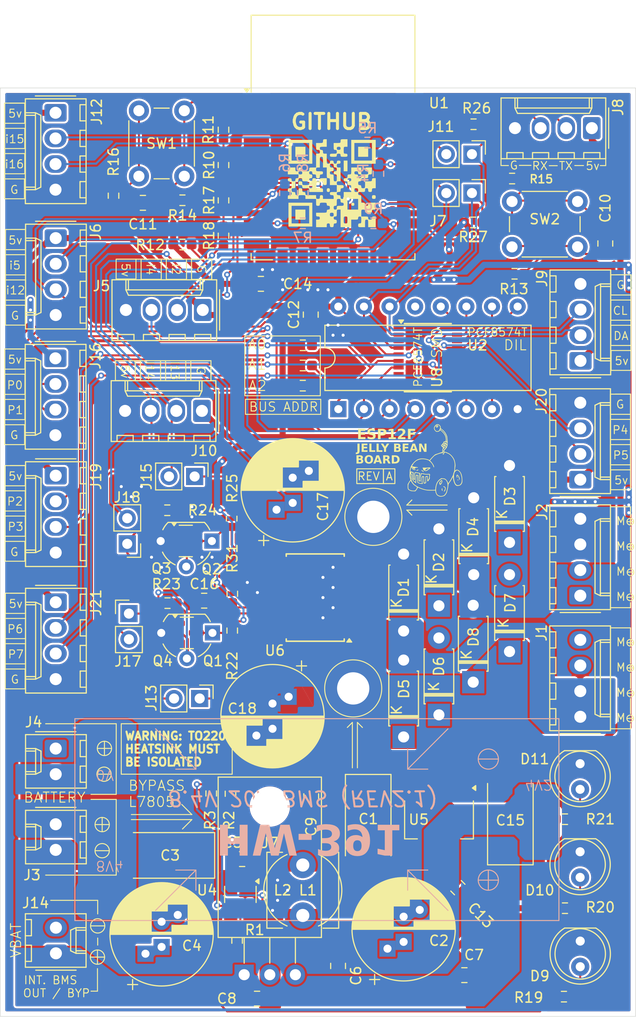
<source format=kicad_pcb>
(kicad_pcb (version 20240108) (generator "pcbnew") (generator_version "8.0")
  (layers (0 "F.Cu" signal) (31 "B.Cu" signal) (34 "B.Paste" user) (35 "F.Paste" user) (36 "B.SilkS" user "B.Silkscreen") (37 "F.SilkS" user "F.Silkscreen") (38 "B.Mask" user) (39 "F.Mask" user) (44 "Edge.Cuts" user))
  (net 0 "")
  (net 1 "+5V")
  (net 2 "GND")
  (net 3 "+VBAT")
  (net 4 "Net-(U4-VBST)")
  (net 5 "Net-(U4-SW)")
  (net 6 "Net-(U4-VFB)")
  (net 7 "Net-(U1-GPIO0)")
  (net 8 "Net-(C10-Pad2)")
  (net 9 "Net-(U1-~{RST})")
  (net 10 "3v3")
  (net 11 "Net-(D1-K)")
  (net 12 "Net-(D2-K)")
  (net 13 "Net-(D3-K)")
  (net 14 "Net-(D4-K)")
  (net 15 "Net-(J3-Pin_1)")
  (net 16 "Net-(J3-Pin_2)")
  (net 17 "Net-(J4-Pin_2)")
  (net 18 "/GPIO4")
  (net 19 "/GPIO2")
  (net 20 "/GPIO5")
  (net 21 "/GPIO12")
  (net 22 "/TXD")
  (net 23 "/RXD")
  (net 24 "/SCL")
  (net 25 "/SDA")
  (net 26 "/GPIO13")
  (net 27 "/GPIO14")
  (net 28 "/GPIO16")
  (net 29 "/GPIO15")
  (net 30 "/P1")
  (net 31 "/P0")
  (net 32 "/P3")
  (net 33 "/P2")
  (net 34 "/P4")
  (net 35 "/P5")
  (net 36 "/P7")
  (net 37 "/P6")
  (net 38 "/DIR1_B")
  (net 39 "/BRIDGE1_A2")
  (net 40 "/DIR2_B")
  (net 41 "/BRIDGE1_B2")
  (net 42 "Net-(U1-ADC)")
  (net 43 "Net-(R10-Pad1)")
  (net 44 "Net-(U1-EN)")
  (net 45 "Net-(R16-Pad1)")
  (net 46 "Net-(R17-Pad1)")
  (net 47 "/BRIDGE1_A1")
  (net 48 "/BRIDGE1_B1")
  (net 49 "/A2")
  (net 50 "/A1")
  (net 51 "/A0")
  (net 52 "Net-(U6-STBY)")
  (net 60 "Net-(U4-EN)")
  (net 61 "/PWMA")
  (net 62 "/PWMB")
  (net 68 "Net-(D9-A)")
  (net 69 "Net-(D10-A)")
  (net 70 "Net-(D11-A)")
  (footprint "Package_TO_SOT_SMD:SOT-23-6" (layer "F.Cu") (at 209.311751 127.4125 -90)
    (property "Reference" "U4")
    (property "Value" "TPS563200")
  )
  (footprint "Capacitor_SMD:C_0805_2012Metric_Pad1.18x1.45mm_HandSolder" (layer "F.Cu") (at 210.966671 137.742944)
    (property "Reference" "C8")
    (property "Value" "100n")
  )
  (footprint "Connector_Molex:Molex_KK-254_AE-6410-04A_1x04_P2.54mm_Vertical" (layer "F.Cu") (at 243.02 86.31 90)
    (property "Reference" "J20")
    (property "Value" "EXP_IO3")
  )
  (footprint "Capacitor_SMD:C_0805_2012Metric_Pad1.18x1.45mm_HandSolder" (layer "F.Cu") (at 231.524251 135.4125)
    (property "Reference" "C7")
    (property "Value" "100n")
  )
  (footprint "Connector_Molex:Molex_KK-254_AE-6410-04A_1x04_P2.54mm_Vertical" (layer "F.Cu") (at 243.02 109.81 90)
    (property "Reference" "J1")
    (property "Value" "MOT1")
  )
  (footprint "Connector_PinHeader_2.54mm:PinHeader_1x02_P2.54mm_Vertical" (layer "F.Cu") (at 232.275 54.0625 -90)
    (property "Reference" "J11")
    (property "Value" "JUMP_GPIO5")
  )
  (footprint "Capacitor_THT:CP_Radial_D10.0mm_P2.50mm_P5.00mm" (layer "F.Cu") (at 225.5 132.117677 90)
    (property "Reference" "C2")
    (property "Value" "100uf")
  )
  (footprint "Connector_Molex:Molex_KK-254_AE-6410-02A_1x02_P2.54mm_Vertical" (layer "F.Cu") (at 191 112.96 -90)
    (property "Reference" "J4")
    (property "Value" "BAT1")
  )
  (footprint "Resistor_SMD:R_0603_1608Metric_Pad0.98x0.95mm_HandSolder" (layer "F.Cu") (at 203.564883 58.628067)
    (property "Reference" "R14")
    (property "Value" "10k")
  )
  (footprint "Resistor_SMD:R_0603_1608Metric_Pad0.98x0.95mm_HandSolder" (layer "F.Cu") (at 241.5 128.7775)
    (property "Reference" "R20")
    (property "Value" "330R")
  )
  (footprint "Resistor_SMD:R_0603_1608Metric_Pad0.98x0.95mm_HandSolder" (layer "F.Cu") (at 241.5 119.96)
    (property "Reference" "R21")
    (property "Value" "330R")
  )
  (footprint "Connector_Molex:Molex_KK-254_AE-6410-04A_1x04_P2.54mm_Vertical" (layer "F.Cu") (at 191 85.92 -90)
    (property "Reference" "J19")
    (property "Value" "EXP_IO2")
  )
  (footprint "Resistor_SMD:R_0603_1608Metric_Pad0.98x0.95mm_HandSolder" (layer "F.Cu") (at 232.395027 60.824716 180)
    (property "Reference" "R27")
    (property "Value" "10k")
  )
  (footprint "Connector_PinHeader_2.54mm:PinHeader_1x02_P2.54mm_Vertical" (layer "F.Cu") (at 204.775 86 -90)
    (property "Reference" "J15")
    (property "Value" "JUMP_GPIO5")
  )
  (footprint "Package_TO_SOT_SMD:SOT-223-3_TabPin2" (layer "F.Cu") (at 229.009251 120 -90)
    (property "Reference" "U5")
    (property "Value" "AMS1117-3.3")
  )
  (footprint "Package_TO_SOT_THT:TO-92_Wide" (layer "F.Cu") (at 206.543635 101.499693 180)
    (property "Reference" "Q1")
    (property "Value" "BC547")
  )
  (footprint "Diode_THT:D_DO-41_SOD81_P7.62mm_Horizontal" (layer "F.Cu") (at 225.5 101.31 90)
    (property "Reference" "D1")
    (property "Value" "D")
  )
  (footprint "Package_TO_SOT_THT:TO-220-3_Horizontal_TabDown" (layer "F.Cu") (at 209.688589 135.368785)
    (property "Reference" "U7")
    (property "Value" "L7805")
  )
  (footprint "Resistor_SMD:R_0603_1608Metric_Pad0.98x0.95mm_HandSolder" (layer "F.Cu") (at 207.637891 62.14067 90)
    (property "Reference" "R18")
    (property "Value" "10k")
  )
  (footprint "Connector_PinHeader_2.54mm:PinHeader_1x02_P2.54mm_Vertical" (layer "F.Cu") (at 232.275 57.9125 -90)
    (property "Reference" "J7")
    (property "Value" "JUMP GPIO4")
  )
  (footprint "Capacitor_THT:CP_Radial_D10.0mm_P2.50mm_P5.00mm" (layer "F.Cu") (at 214.5 88.617677 90)
    (property "Reference" "C17")
    (property "Value" "100uf")
  )
  (footprint "LED_THT:LED_D5.0mm" (layer "F.Cu") (at 243 114.46 -90)
    (property "Reference" "D11")
    (property "Value" "LED")
  )
  (footprint "Resistor_SMD:R_0603_1608Metric_Pad0.98x0.95mm_HandSolder" (layer "F.Cu") (at 207.637891 58.64067 90)
    (property "Reference" "R17")
    (property "Value" "10k")
  )
  (footprint "Resistor_SMD:R_0603_1608Metric_Pad0.98x0.95mm_HandSolder" (layer "F.Cu") (at 241.397942 137.542821)
    (property "Reference" "R19")
    (property "Value" "330R")
  )
  (footprint "Package_SO:SSOP-20_4.4x6.5mm_P0.65mm" (layer "F.Cu") (at 227.9 74.225)
    (property "Reference" "U8")
    (property "Value" "PCF8574TS")
  )
  (footprint "Resistor_SMD:R_0603_1608Metric_Pad0.98x0.95mm_HandSolder" (layer "F.Cu") (at 202.061331 89.345387 180)
    (property "Reference" "R24")
    (property "Value" "10k")
  )
  (footprint "Connector_PinHeader_2.54mm:PinHeader_1x02_P2.54mm_Vertical" (layer "F.Cu") (at 205.275 108 -90)
    (property "Reference" "J13")
    (property "Value" "JUMP_GPIO12")
  )
  (footprint "Diode_THT:D_DO-41_SOD81_P7.62mm_Horizontal" (layer "F.Cu") (at 232.4 106.381827 90)
    (property "Reference" "D8")
    (property "Value" "D")
  )
  (footprint "Diode_THT:D_DO-41_SOD81_P7.62mm_Horizontal" (layer "F.Cu") (at 236 92.535 90)
    (property "Reference" "D3")
    (property "Value" "D")
  )
  (footprint "Capacitor_SMD:C_0805_2012Metric_Pad1.18x1.45mm_HandSolder" (layer "F.Cu") (at 230.879632 126.744014 -45)
    (property "Reference" "C13")
    (property "Value" "100n")
  )
  (footprint "LED_THT:LED_D5.0mm" (layer "F.Cu") (at 243 123.185 -90)
    (property "Reference" "D10")
    (property "Value" "LED")
  )
  (footprint "Symbol:My_github" (layer "F.Cu") (at 218.5 57)
    (property "Reference" "REF**" (hide yes))
    (property "Value" "My_github" (hide yes))
  )
  (footprint "Resistor_SMD:R_0603_1608Metric_Pad0.98x0.95mm_HandSolder" (layer "F.Cu") (at 203.561364 63.014557 180)
    (property "Reference" "R12")
    (property "Value" "10k")
  )
  (footprint "Connector_Molex:Molex_KK-254_AE-6410-04A_1x04_P2.54mm_Vertical" (layer "F.Cu") (at 243.02 97.81 90)
    (property "Reference" "J2")
    (property "Value" "MOT2")
  )
  (footprint "Symbol:Angry_jello" (layer "F.Cu") (at 228.5 86.5)
    (property "Reference" "REF**" (hide yes))
    (property "Value" "Angry_jello")
  )
  (footprint "Package_TO_SOT_THT:TO-92_Wide" (layer "F.Cu") (at 206.486965 92.397963 180)
    (property "Reference" "Q2")
    (property "Value" "BC547")
  )
  (footprint "Capacitor_Tantalum_SMD:CP_EIA-7343-31_Kemet-D" (layer "F.Cu") (at 202.352891 123.547877 180)
    (property "Reference" "C3")
    (property "Value" "10uf")
  )
  (footprint "Capacitor_Tantalum_SMD:CP_EIA-7343-31_Kemet-D" (layer "F.Cu") (at 221.986751 119.935 -90)
    (property "Reference" "C1")
    (property "Value" "10uf")
  )
  (footprint "LED_THT:LED_D5.0mm" (layer "F.Cu") (at 243.013249 132.0375 -90)
    (property "Reference" "D9")
    (property "Value" "LED")
  )
  (footprint "Connector_Molex:Molex_KK-254_AE-6410-04A_1x04_P2.54mm_Vertical" (layer "F.Cu") (at 205.58 69.5 180)
    (property "Reference" "J5")
    (property "Value" "GPIO_HD_1")
  )
  (footprint "Capacitor_THT:CP_Radial_D10.0mm_P2.50mm_P5.00mm" (layer "F.Cu") (at 201.5 132.617677 90)
    (property "Reference" "C4")
    (property "Value" "100uf")
  )
  (footprint "Resistor_SMD:R_0603_1608Metric_Pad0.98x0.95mm_HandSolder" (layer "F.Cu") (at 206.419934 117.409158 -90)
    (property "Reference" "R3")
    (property "Value" "10k")
  )
  (footprint "Connector_Molex:Molex_KK-254_AE-6410-04A_1x04_P2.54mm_Vertical" (layer "F.Cu") (at 191 98.46 -90)
    (property "Reference" "J21")
    (property "Value" "EXP_IO4")
  )
  (footprint "Diode_THT:D_DO-41_SOD81_P7.62mm_Horizontal" (layer "F.Cu") (at 229 109.62 90)
    (property "Reference" "D6")
    (property "Value" "D")
  )
  (footprint "Capacitor_SMD:C_0805_2012Metric_Pad1.18x1.45mm_HandSolder" (layer "F.Cu") (at 205.721773 98.306849 180)
    (property "Reference" "C16")
    (property "Value" "100n")
  )
  (footprint "Connector_Molex:Molex_KK-254_AE-6410-04A_1x04_P2.54mm_Vertical" (layer "F.Cu") (at 190.98 49.96 -90)
    (property "Reference" "J12")
    (property "Value" "GPIO_HD_4")
  )
  (footprint "Package_SO:SSOP-24_5.3x8.2mm_P0.65mm" (layer "F.Cu") (at 216.735354 98 180)
    (property "Reference" "U6")
    (property "Value" "TB6612FNG")
  )
  (footprint "Resistor_SMD:R_0603_1608Metric" (layer "F.Cu") (at 208.446965 90.172771 90)
    (property "Reference" "R25")
    (property "Value" "1k")
  )
  (footprint "Button_Switch_THT:SW_PUSH_6mm_H4.3mm" (layer "F.Cu") (at 236.25 58.75)
    (property "Reference" "SW2")
    (property "Value" "FLASH")
  )
  (footprint "Inductor_SMD:L_Sunlord_MWSA0624S" (layer "F.Cu") (at 215.5 127 -90)
    (property "Reference" "L1")
    (property "Value" "2.2uH")
  )
  (footprint "Resistor_SMD:R_0603_1608Metric_Pad0.98x0.95mm_HandSolder" (layer "F.Cu") (at 215.5 77)
    (property "Reference" "R28" (hide yes))
    (property "Value" "10k")
  )
  (footprint "Resistor_SMD:R_0603_1608Metric_Pad0.98x0.95mm_HandSolder" (layer "F.Cu") (at 208.986751 132 90)
    (property "Reference" "R1")
    (property "Value" "10k")
  )
  (footprint "Capacitor_SMD:C_0805_2012Metric_Pad1.18x1.45mm_HandSolder" (layer "F.Cu") (at 219 134.5 90)
    (property "Reference" "C6")
    (property "Value" "100n")
  )
  (footprint "Resistor_SMD:R_0603_1608Metric_Pad0.98x0.95mm_HandSolder" (layer "F.Cu") (at 208.503635 101.269693 90)
    (property "Reference" "R22")
    (property "Value" "1k")
  )
  (footprint "Connector_Molex:Molex_KK-254_AE-6410-04A_1x04_P2.54mm_Vertical" (layer "F.Cu") (at 190.970395 74.29091 -90)
    (property "Reference" "J16")
    (property "Value" "EXP_IO1")
  )
  (footprint "Resistor_SMD:R_0603_1608Metric_Pad0.98x0.95mm_HandSolder" (layer "F.Cu") (at 207.637891 51.64067 90)
    (property "Reference" "R11")
    (property "Value" "10k")
  )
  (footprint "Connector_Molex:Molex_KK-254_AE-6410-04A_1x04_P2.54mm_Vertical" (layer "F.Cu") (at 244.16216 51.48 180)
    (property "Reference" "J8")
    (property "Value" "PROG")
  )
  (footprint "MountingHole:MountingHole_3.2mm_M3_DIN965" (layer "F.Cu") (at 220.5 107)
    (property "Reference" "H1" (hide yes))
    (property "Value" "MountingHole")
  )
  (footprint "Connector_Molex:Molex_KK-254_AE-6410-02A_1x02_P2.54mm_Vertical" (layer "F.Cu") (at 191 120.46 -90)
    (property "Reference" "J3")
    (property "Value" "BAT2")
  )
  (footprint "MountingHole:MountingHole_3.2mm_M3_DIN965" (layer "F.Cu") (at 222.5 90)
    (property "Reference" "H2" (hide yes))
    (property "Value" "MountingHole")
  )
  (footprint "Resistor_SMD:R_0603_1608Metric_Pad0.98x0.95mm_HandSolder" (layer "F.Cu") (at 208.511248 97.619574 -90)
    (property "Reference" "R31")
    (property "Value" "10k")
  )
  (footprint "RF_Module:ESP-12E" (layer "F.Cu") (at 218.5 52.4125)
    (property "Reference" "U1")
    (property "Value" "ESP-12F")
  )
  (footprint "Button_Switch_THT:SW_PUSH_6mm_H4.3mm" (layer "F.Cu") (at 199.25 56.25 90)
    (property "Reference" "SW1")
    (property "Value" "RST")
  )
  (footprint "Resistor_SMD:R_0603_1608Metric_Pad0.98x0.95mm_HandSolder" (layer "F.Cu") (at 215.5 73)
    (property "Reference" "R30" (hide yes))
    (property "Value" "10k")
  )
  (footprint "Diode_THT:D_DO-41_SOD81_P7.62mm_Horizontal" (layer "F.Cu") (at 232.449935 95.726735 90)
    (property "Reference" "D4")
    (property "Value" "D")
  )
  (footprint "Package_DIP:DIP-16_W10.16mm" (layer "F.Cu") (at 219.025 79.325 90)
    (property "Reference" "U2")
    (property "Value" "PCF8574")
  )
  (footprint "Resistor_SMD:R_0603_1608Metric_Pad0.98x0.95mm_HandSolder" (layer "F.Cu") (at 232.432318 51.09574 180)
    (property "Reference" "R26")
    (property "Value" "10k")
  )
  (footprint "Capacitor_SMD:C_0805_2012Metric_Pad1.18x1.45mm_HandSolder" (layer "F.Cu") (at 211.345965 66.911542)
    (property "Reference" "C14")
    (property "Value" "100n")
  )
  (footprint "Resistor_SMD:R_0603_1608Metric_Pad0.98x0.95mm_HandSolder" (layer "F.Cu") (at 207.637891 55.14067 90)
    (property "Reference" "R10")
    (property "Value" "10k")
  )
  (footprint "Diode_THT:D_DO-41_SOD81_P7.62mm_Horizontal" (layer "F.Cu") (at 225.5 111.81 90)
    (property "Reference" "D5")
    (property "Value" "D")
  )
  (footprint "Resistor_SMD:R_0603_1608Metric_Pad0.98x0.95mm_HandSolder" (layer "F.Cu") (at 202.085075 98.548954)
    (property "Reference" "R23")
    (property "Value" "10k")
  )
  (footprint "Connector_PinHeader_2.54mm:PinHeader_1x02_P2.54mm_Vertical" (layer "F.Cu") (at 198.093709 92.675 180)
    (property "Reference" "J18")
    (property "Value" "JUMP_GPIO5")
  )
  (footprint "Connector_PinHeader_2.54mm:PinHeader_1x02_P2.54mm_Vertical" (layer "F.Cu") (at 198.260579 99.586636)
    (property "Reference" "J17")
    (property "Value" "JUMP_GPIO5")
  )
  (footprint "Resistor_SMD:R_0603_1608Metric_Pad0.98x0.95mm_HandSolder" (layer "F.Cu") (at 215.5 75)
    (property "Reference" "R29" (hide yes))
    (property "Value" "10k")
  )
  (footprint "Capacitor_Tantalum_SMD:CP_EIA-7343-31_Kemet-D" (layer "F.Cu") (at 236.084251 120.07 90)
    (property "Reference" "C15")
    (property "Value" "10uf")
  )
  (footprint "Connector_Molex:Molex_KK-254_AE-6410-04A_1x04_P2.54mm_Vertical" (layer "F.Cu") (at 191 62.38 -90)
    (property "Reference" "J6")
    (property "Value" "GPIO_HD_2")
  )
  (footprint "Package_TO_SOT_SMD:SOT-23" (layer "F.Cu") (at 204 101.5)
    (property "Reference" "Q4")
    (property "Value" "BC847")
  )
  (footprint "Inductor_THT:L_Radial_D7.5mm_P5.00mm_Fastron_07P" (layer "F.Cu") (at 215.5 124.5 -90)
    (property "Reference" "L2")
    (property "Value" "2.2uH")
  )
  (footprint "Connector_Molex:Molex_KK-254_AE-6410-04A_1x04_P2.54mm_Vertical" (layer "F.Cu") (at 243.04 74.54 90)
    (property "Reference" "J9")
    (property "Value" "I2C")
  )
  (footprint "Connector_Molex:Molex_KK-254_AE-6410-02A_1x02_P2.54mm_Vertical" (layer "F.Cu") (at 191.02 133.25 90)
    (property "Reference" "J14")
    (property "Value" "VBAT")
  )
  (footprint "Resistor_SMD:R_0603_1608Metric_Pad0.98x0.95mm_HandSolder" (layer "F.Cu") (at 236.256813 56.476199 180)
    (property "Reference" "R15")
    (property "Value" "10k")
  )
  (footprint "Diode_THT:D_DO-41_SOD81_P7.62mm_Horizontal" (layer "F.Cu") (at 229 98.81 90)
    (property "Reference" "D2")
    (property "Value" "D")
  )
  (footprint "Resistor_SMD:R_0603_1608Metric_Pad0.98x0.95mm_HandSolder" (layer "F.Cu") (at 236.5 65.9125 180)
    (property "Reference" "R13")
    (property "Value" "330R")
  )
  (footprint "Capacitor_SMD:C_0805_2012Metric_Pad1.18x1.45mm_HandSolder" (layer "F.Cu") (at 216.336417 117.69869 90)
    (property "Reference" "C9")
    (property "Value" "100n")
  )
  (footprint "Resistor_SMD:R_0603_1608Metric_Pad0.98x0.95mm_HandSolder" (layer "F.Cu") (at 208.330848 117.438111 90)
    (property "Reference" "R2")
    (property "Value" "54k9")
  )
  (footprint "Connector_Molex:Molex_KK-254_AE-6410-04A_1x04_P2.54mm_Vertical" (layer "F.Cu") (at 205.5 79.5 180)
    (property "Reference" "J10")
    (property "Value" "GPIO_HD_3")
  )
  (footprint "Capacitor_SMD:C_0805_2012Metric_Pad1.18x1.45mm_HandSolder" (layer "F.Cu") (at 245.5 62.9125 -90)
    (property "Reference" "C10")
    (property "Value" "100n")
  )
  (footprint "Capacitor_SMD:C_0805_2012Metric_Pad1.18x1.45mm_HandSolder" (layer "F.Cu") (at 209.486751 123.9125 180)
    (property "Reference" "C5")
    (property "Value" "100n")
  )
  (footprint "Capacitor_THT:CP_Radial_D10.0mm_P2.50mm_P5.00mm" (layer "F.Cu") (at 212.5 108.5 -90)
    (property "Reference" "C18")
    (property "Value" "100uf")
  )
  (footprint "Resistor_SMD:R_0603_1608Metric_Pad0.98x0.95mm_HandSolder" (layer "F.Cu") (at 196.732276 58.17634 -90)
    (property "Reference" "R16")
    (property "Value" "330R")
  )
  (footprint "Diode_THT:D_DO-41_SOD81_P7.62mm_Horizontal" (layer "F.Cu") (at 236 103.345 90)
    (property "Reference" "D7")
    (property "Value" "D")
  )
  (footprint "Capacitor_SMD:C_0805_2012Metric_Pad1.18x1.45mm_HandSolder" (layer "F.Cu") (at 216.290467 69.961725 90)
    (property "Reference" "C12")
    (property "Value" "100n")
  )
  (footprint "Package_TO_SOT_SMD:SOT-23" (layer "F.Cu") (at 203.9 92.390552)
    (property "Reference" "Q3")
    (property "Value" "BC847")
  )
  (footprint "Capacitor_SMD:C_0805_2012Metric_Pad1.18x1.45mm_HandSolder" (layer "F.Cu") (at 199.645879 58.884303 180)
    (property "Reference" "C11")
    (property "Value" "100n")
  )
  (footprint "Resistor_SMD:R_0603_1608Metric_Pad0.98x0.95mm_HandSolder" (layer "B.Cu") (at 213.724336 57.912216 -90)
    (property "Reference" "R6")
    (property "Value" "100k")
  )
  (footprint "Resistor_SMD:R_0603_1608Metric_Pad0.98x0.95mm_HandSolder" (layer "B.Cu") (at 223 56 -90)
    (property "Reference" "R4")
    (property "Value" "100k")
  )
  (footprint "Resistor_SMD:R_0603_1608Metric_Pad0.98x0.95mm_HandSolder" (layer "B.Cu") (at 215.5 60.9125)
    (property "Reference" "R7")
    (property "Value" "100k")
  )
  (footprint "Battery:Chinese 20A BMS" (layer "B.Cu") (at 221.9 120)
    (property "Reference" "U3" (hide yes))
    (property "Value" "~")
  )
  (footprint "Resistor_SMD:R_0603_1608Metric_Pad0.98x0.95mm_HandSolder" (layer "B.Cu") (at 215.5 57.9125 -90)
    (property "Reference" "R8")
    (property "Value" "100k")
  )
  (footprint "Resistor_SMD:R_0603_1608Metric_Pad0.98x0.95mm_HandSolder" (layer "B.Cu") (at 221.9125 52.9125 180)
    (property "Reference" "R5")
    (property "Value" "100k")
  )
  (footprint "Resistor_SMD:R_0603_1608Metric_Pad0.98x0.95mm_HandSolder" (layer "B.Cu") (at 222.5 60.9125 180)
    (property "Reference" "R9")
    (property "Value" "100k")
  )
  (gr_line (start 195.140806 134.764261) (end 195.140806 137) (stroke (width 0.1)) (layer "F.SilkS"))
  (gr_line (start 247.999999 77.841842) (end 247.999999 80.341842) (stroke (width 0.1)) (layer "F.SilkS"))
  (gr_rect (start 186.017589 61.523505) (end 188.017589 63.523505) (stroke (width 0.1)) (fill none) (layer "F.SilkS"))
  (gr_rect (start 185.9773 87.421394) (end 187.9773 89.421394) (stroke (width 0.1)) (fill none) (layer "F.SilkS"))
  (gr_rect (start 246.044376 66.016352) (end 248.044376 68.016352) (stroke (width 0.1)) (fill none) (layer "F.SilkS"))
  (gr_line (start 220.916333 114.869731) (end 220.916333 110.369731) (stroke (width 0.1)) (layer "F.SilkS"))
  (gr_rect (start 186.017589 64.023505) (end 188.017589 66.023505) (stroke (width 0.1)) (fill none) (layer "F.SilkS"))
  (gr_line (start 201.967092 64.466093) (end 201.467092 64.466093) (stroke (width 0.1)) (layer "F.SilkS"))
  (gr_line (start 208.5 111) (end 208.5 110.5) (stroke (width 0.1)) (layer "F.SilkS"))
  (gr_line (start 196.314635 123.080825) (end 194.900423 123.080825) (stroke (width 0.1)) (layer "F.SilkS"))
  (gr_rect (start 186.015989 69.031977) (end 187.984012 71) (stroke (width 0.1)) (fill none) (layer "F.SilkS"))
  (gr_line (start 248 95) (end 248 93.5) (stroke (width 0.1)) (layer "F.SilkS"))
  (gr_line (start 195.607529 119.785654) (end 195.607529 121.199866) (stroke (width 0.1)) (layer "F.SilkS"))
  (gr_line (start 235.156007 55.192597) (end 235.156007 54.514886) (stroke (width 0.1)) (layer "F.SilkS"))
  (gr_line (start 248 109.5) (end 248 108) (stroke (width 0.1)) (layer "F.SilkS"))
  (gr_line (start 243.338345 55.187711) (end 242.475428 55.187711) (stroke (width 0.1)) (layer "F.SilkS"))
  (gr_line (start 248 99) (end 248 98.5) (stroke (width 0.1)) (layer "F.SilkS"))
  (gr_line (start 195.846913 133.624967) (end 194.432701 133.624967) (stroke (width 0.1)) (layer "F.SilkS"))
  (gr_rect (start 246.031976 85.341842) (end 247.999999 87.309865) (stroke (width 0.1)) (fill none) (layer "F.SilkS"))
  (gr_line (start 185.945391 80.363956) (end 185.945391 80.863956) (stroke (width 0.1)) (layer "F.SilkS"))
  (gr_line (start 195.162744 129.345431) (end 195.162744 128) (stroke (width 0.1)) (layer "F.SilkS"))
  (gr_rect (start 201.896296 74.523733) (end 203.896296 76.523733) (stroke (width 0.1)) (fill none) (layer "F.SilkS"))
  (gr_line (start 196.53921 112.944748) (end 195.124998 112.944748) (stroke (width 0.1)) (layer "F.SilkS"))
  (gr_rect (start 223.492399 85.239462) (end 224.633204 86.703762) (stroke (width 0.1)) (fill none) (layer "F.SilkS"))
  (gr_line (start 195.868852 130.531627) (end 194.45464 130.531627) (stroke (width 0.1)) (layer "F.SilkS"))
  (gr_line (start 247.999999 84.841842) (end 247.999999 85.341842) (stroke (width 0.1)) (layer "F.SilkS"))
  (gr_line (start 229.815163 89.329942) (end 225.815163 89.329942) (stroke (width 0.1)) (layer "F.SilkS"))
  (gr_rect (start 185.945391 78.363956) (end 187.945391 80.363956) (stroke (width 0.1)) (fill none) (layer "F.SilkS"))
  (gr_line (start 248.044376 73.016352) (end 248.044376 73.516352) (stroke (width 0.1)) (layer "F.SilkS"))
  (gr_circle (center 247.976199 90.471899) (end 247.976199 90.143108) (stroke (width 0.1)) (fill none) (layer "F.SilkS"))
  (gr_line (start 208.5 115.5) (end 197.5 115.5) (stroke (width 0.1)) (layer "F.SilkS"))
  (gr_line (start 246.544376 66.016352) (end 248.044376 66.016352) (stroke (width 0.1)) (layer "F.SilkS"))
  (gr_line (start 248 89) (end 246 89) (stroke (width 0.1)) (layer "F.SilkS"))
  (gr_rect (start 196.919801 74.522133) (end 198.887824 76.490156) (stroke (width 0.1)) (fill none) (layer "F.SilkS"))
  (gr_line (start 248.044376 70.516352) (end 248.044376 71.016352) (stroke (width 0.1)) (layer "F.SilkS"))
  (gr_line (start 185.9773 84.921394) (end 185.9773 87.421394) (stroke (width 0.1)) (layer "F.SilkS"))
  (gr_line (start 248.044376 66.016352) (end 248.044376 68.516352) (stroke (width 0.1)) (layer "F.SilkS"))
  (gr_line (start 220.416333 110.369731) (end 219.916333 110.869731) (stroke (width 0.1)) (layer "F.SilkS"))
  (gr_line (start 248 107) (end 248 105.5) (stroke (width 0.1)) (layer "F.SilkS"))
  (gr_rect (start 186.00091 105.075955) (end 187.968933 107.043978) (stroke (width 0.1)) (fill none) (layer "F.SilkS"))
  (gr_line (start 235.893854 55.187711) (end 235.206445 55.187711) (stroke (width 0.1)) (layer "F.SilkS"))
  (gr_rect (start 245.999999 82.841842) (end 247.999999 84.841842) (stroke (width 0.1)) (fill none) (layer "F.SilkS"))
  (gr_line (start 197.5 110.5) (end 208.5 110.5) (stroke (width 0.1)) (layer "F.SilkS"))
  (gr_line (start 248 92.5) (end 248 91) (stroke (width 0.1)) (layer "F.SilkS"))
  (gr_line (start 194.5 118) (end 197 118) (stroke (width 0.1)) (layer "F.SilkS"))
  (gr_rect (start 199.467092 64.466093) (end 201.467092 66.466093) (stroke (width 0.1)) (fill none) (layer "F.SilkS"))
  (gr_rect (start 246.044376 68.516352) (end 248.044376 70.516352) (stroke (width 0.1)) (fill none) (layer "F.SilkS"))
  (gr_line (start 195.139807 132.917861) (end 195.139807 134.332073) (stroke (width 0.1)) (layer "F.SilkS"))
  (gr_line (start 199.396296 74.523733) (end 198.896296 74.523733) (stroke (width 0.1)) (layer "F.SilkS"))
  (gr_line (start 186.00251 104.567483) (end 186.00251 105.067483) (stroke (width 0.1)) (layer "F.SilkS"))
  (gr_circle (center 247.975572 92.975674) (end 247.975572 92.646883) (stroke (width 0.1)) (fill none) (layer "F.SilkS"))
  (gr_rect (start 185.9757 92.429866) (end 187.943723 94.397889) (stroke (width 0.1)) (fill none) (layer "F.SilkS"))
  (gr_line (start 185.930096 56.00259) (end 185.930096 56.50259) (stroke (width 0.1)) (layer "F.SilkS"))
  (gr_line (start 186.517589 61.523505) (end 188.017589 61.523505) (stroke (width 0.1)) (layer "F.SilkS"))
  (gr_rect (start 186.00251 102.567483) (end 188.00251 104.567483) (stroke (width 0.1)) (fill none) (layer "F.SilkS"))
  (gr_circle (center 247.976199 102.471899) (end 247.976199 102.143108) (stroke (width 0.1)) (fill none) (layer "F.SilkS"))
  (gr_line (start 185.945391 77.863956) (end 185.945391 78.363956) (stroke (width 0.1)) (layer "F.SilkS"))
  (gr_circle (center 248 95.5) (end 248 95.171209) (stroke (width 0.1)) (fill none) (layer "F.SilkS"))
  (gr_circle (center 247.975572 104.975674) (end 247.975572 104.646883) (stroke (width 0.1)) (fill none) (layer "F.SilkS"))
  (gr_line (start 206.396296 75.023733) (end 206.396296 76.523733) (stroke (width 0.1)) (layer "F.SilkS"))
  (gr_rect (start 185.930096 51.50259) (end 187.930096 53.50259) (stroke (width 0.1)) (fill none) (layer "F.SilkS"))
  (gr_rect (start 185.928496 56.511062) (end 187.896519 58.479085) (stroke (width 0.1)) (fill none) (layer "F.SilkS"))
  (gr_line (start 220.916333 110.369731) (end 221.416333 110.869731) (stroke (width 0.1)) (layer "F.SilkS"))
  (gr_circle (center 247.965331 97.974557) (end 247.965331 97.645766) (stroke (width 0.1)) (fill none) (layer "F.SilkS"))
  (gr_rect (start 186.00251 100.067483) (end 188.00251 102.067483) (stroke (width 0.1)) (fill none) (layer "F.SilkS"))
  (gr_rect (start 185.930096 49.00259) (end 187.930096 51.00259) (stroke (width 0.1)) (fill none) (layer "F.SilkS"))
  (gr_line (start 245.54216 54.51) (end 245.54216 55.192284) (stroke (width 0.1)) (layer "F.SilkS"))
  (gr_rect (start 186.017589 66.523505) (end 188.017589 68.523505) (stroke (width 0.1)) (fill none) (layer "F.SilkS"))
  (gr_line (start 185.9773 89.421394) (end 185.9773 89.921394) (stroke (width 0.1)) (layer "F.SilkS"))
  (gr_rect (start 209.819674 78.350064) (end 217.281313 79.842393) (stroke (width 0.1)) (fill none) (layer "F.SilkS"))
  (gr_circle (center 195.607529 120.49276) (end 196.107529 119.99276) (stroke (width 0.1)) (fill none) (layer "F.SilkS"))
  (gr_rect (start 185.945391 75.863956) (end 187.945391 77.863956) (stroke (width 0.1)) (fill none) (layer "F.SilkS"))
  (gr_line (start 238.131589 55.173085) (end 236.976157 55.173085) (stroke (width 0.1)) (layer "F.SilkS"))
  (gr_line (start 248 111) (end 248 110.5) (stroke (width 0.1)) (layer "F.SilkS"))
  (gr_rect (start 246.076353 73.516352) (end 248.044376 75.484375) (stroke (width 0.1)) (fill none) (layer "F.SilkS"))
  (gr_line (start 197 117.5) (end 197 110.5) (stroke (width 0.1)) (layer "F.SilkS"))
  (gr_line (start 248 97.5) (end 248 96) (stroke (width 0.1)) (layer "F.SilkS"))
  (gr_line (start 194.5 117.5) (end 197 117.5) (stroke (width 0.1)) (layer "F.SilkS"))
  (gr_line (start 196.314635 120.49276) (end 194.900423 120.49276) (stroke (width 0.1)) (layer "F.SilkS"))
  (gr_rect (start 204.396296 74.523733) (end 206.396296 76.523733) (stroke (width 0.1)) (fill none) (layer "F.SilkS"))
  (gr_line (start 197 118) (end 197 125) (stroke (width 0.1)) (layer "F.SilkS"))
  (gr_line (start 201.896296 74.523733) (end 201.396296 74.523733) (stroke (width 0.1)) (layer "F.SilkS"))
  (gr_line (start 185.930096 53.50259) (end 185.930096 54.00259) (stroke (width 0.1)) (layer "F.SilkS"))
  (gr_line (start 248 90) (end 248 89) (stroke (width 0.1)) (layer "F.SilkS"))
  (gr_line (start 204.5 119.5) (end 203.5 118.5) (stroke (width 0.1)) (layer "F.SilkS"))
  (gr_line (start 229.815163 88.829942) (end 225.815163 88.829942) (stroke (width 0.1)) (layer "F.SilkS"))
  (gr_line (start 186.50251 97.567483) (end 188.00251 97.567483) (stroke (width 0.1)) (layer "F.SilkS"))
  (gr_line (start 248 101) (end 246 101) (stroke (width 0.1)) (layer "F.SilkS"))
  (gr_line (start 195.162744 128) (end 190.5 128) (stroke (width 0.1)) (layer "F.SilkS"))
  (gr_line (start 240.734967 55.202336) (end 239.945178 55.202336) (stroke (width 0.1)) (layer "F.SilkS"))
  (gr_line (start 206.467092 64.466093) (end 203.967092 64.466093) (stroke (width 0.1)) (layer "F.SilkS"))
  (gr_rect (start 185.943791 80.872428) (end 187.911814 82.840451) (stroke (width 0.1)) (fill none) (layer "F.SilkS"))
  (gr_line (start 198.5 120) (end 204.5 120) (stroke (width 0.1)) (layer "F.SilkS"))
  (gr_line (start 186.445391 73.363956) (end 187.945391 73.363956) (stroke (width 0.1)) (layer "F.SilkS"))
  (gr_line (start 185.945391 73.363956) (end 185.945391 75.863956) (stroke (width 0.1)) (layer "F.SilkS"))
  (gr_line (start 197 125) (end 197 125.5) (stroke (width 0.1)) (layer "F.SilkS"))
  (gr_line (start 206.467092 64.966093) (end 206.467092 66.466093) (stroke (width 0.1)) (layer "F.SilkS"))
  (gr_line (start 186.017589 68.523505) (end 186.017589 69.023505) (stroke (width 0.1)) (layer "F.SilkS"))
  (gr_line (start 247.999999 82.341842) (end 247.999999 82.841842) (stroke (width 0.1)) (layer "F.SilkS"))
  (gr_line (start 186.017589 61.523505) (end 186.017589 64.023505) (stroke (width 0.1)) (layer "F.SilkS"))
  (gr_line (start 246.499999 77.841842) (end 247.999999 77.841842) (stroke (width 0.1)) (layer "F.SilkS"))
  (gr_circle (center 220.5 107) (end 222.5 105) (stroke (width 0.1)) (fill none) (layer "F.SilkS"))
  (gr_rect (start 196.990597 64.464493) (end 198.95862 66.432516) (stroke (width 0.1)) (fill none) (layer "F.SilkS"))
  (gr_line (start 195.140806 137) (end 194.5 137) (stroke (width 0.1)) (layer "F.SilkS"))
  (gr_circle (center 195.139807 133.624967) (end 195.639807 133.124967) (stroke (width 0.1)) (fill none) (layer "F.SilkS"))
  (gr_line (start 225.815163 89.329942) (end 226.315163 89.829942) (stroke (width 0.1)) (layer "F.SilkS"))
  (gr_line (start 208.5 111) (end 208.5 115.5) (stroke (width 0.1)) (layer "F.SilkS"))
  (gr_circle (center 195.792894 115.5) (end 196.292894 115) (stroke (width 0.1)) (fill none) (layer "F.SilkS"))
  (gr_circle (center 247.965331 109.974557) (end 247.965331 109.645766) (stroke (width 0.1)) (fill none) (layer "F.SilkS"))
  (gr_line (start 185.930096 49.00259) (end 185.930096 51.50259) (stroke (width 0.1)) (layer "F.SilkS"))
  (gr_line (start 197 125.5) (end 190 125.5) (stroke (width 0.1)) (layer "F.SilkS"))
  (gr_line (start 198.5 119.5) (end 204.5 119.5) (stroke (width 0.1)) (layer "F.SilkS"))
  (gr_line (start 197.5 115.5) (end 197.5 110.5) (stroke (width 0.1)) (layer "F.SilkS"))
  (gr_circle (center 222.5 90) (end 224.5 88) (stroke (width 0.1)) (fill none) (layer "F.SilkS"))
  (gr_rect (start 185.9773 89.921394) (end 187.9773 91.921394) (stroke (width 0.1)) (fill none) (layer "F.SilkS"))
  (gr_circle (center 248 107.5) (end 248 107.171209) (stroke (width 0.1)) (fill none) (layer "F.SilkS"))
  (gr_line (start 186.017589 66.023505) (end 186.017589 66.523505) (stroke (width 0.1)) (layer "F.SilkS"))
  (gr_line (start 197 110.5) (end 190 110.5) (stroke (width 0.1)) (layer "F.SilkS"))
  (gr_rect (start 246.044376 71.016352) (end 248.044376 73.016352) (stroke (width 0.1)) (fill none) (layer "F.SilkS"))
  (gr_line (start 225.815163 88.829942) (end 226.315163 88.329942) (stroke (width 0.1)) (layer "F.SilkS"))
  (gr_circle (center 195.832104 112.944748) (end 196.332104 112.444748) (stroke (width 0.1)) (fill none) (layer "F.SilkS"))
  (gr_line (start 199.467092 64.466093) (end 198.967092 64.466093) (stroke (width 0.1)) (layer "F.SilkS"))
  (gr_line (start 206.396296 74.523733) (end 203.896296 74.523733) (stroke (width 0.1)) (layer "F.SilkS"))
  (gr_rect (start 185.930096 54.00259) (end 187.930096 56.00259) (stroke (width 0.1)) (fill none) (layer "F.SilkS"))
  (gr_rect (start 204.467092 64.466093) (end 206.467092 66.466093) (stroke (width 0.1)) (fill none) (layer "F.SilkS"))
  (gr_rect (start 199.396296 74.523733) (end 201.396296 76.523733) (stroke (width 0.1)) (fill none) (layer "F.SilkS"))
  (gr_line (start 195.832104 112.237642) (end 195.832104 113.651854) (stroke (width 0.1)) (layer "F.SilkS"))
  (gr_circle (center 195.161746 130.531627) (end 195.661746 130.031627) (stroke (width 0.1)) (fill none) (layer "F.SilkS"))
  (gr_rect (start 185.9773 84.921394) (end 187.9773 86.921394) (stroke (width 0.1)) (fill none) (layer "F.SilkS"))
  (gr_line (start 246 111) (end 248 111) (stroke (width 0.1)) (layer "F.SilkS"))
  (gr_rect (start 220.856469 85.239462) (end 223.497274 86.703762) (stroke (width 0.1)) (fill none) (layer "F.SilkS"))
  (gr_rect (start 245.999999 77.841842) (end 247.999999 79.841842) (stroke (width 0.1)) (fill none) (layer "F.SilkS"))
  (gr_line (start 220.416333 114.869731) (end 220.416333 110.369731) (stroke (width 0.1)) (layer "F.SilkS"))
  (gr_line (start 248 104.5) (end 248 103) (stroke (width 0.1)) (layer "F.SilkS"))
  (gr_rect (start 185.945391 73.363956) (end 187.945391 75.363956) (stroke (width 0.1)) (fill none) (layer "F.SilkS"))
  (gr_line (start 186.430096 49.00259) (end 187.930096 49.00259) (stroke (width 0.1)) (layer "F.SilkS"))
  (gr_circle (center 195.607529 123.080825) (end 196.107529 122.580825) (stroke (width 0.1)) (fill none) (layer "F.SilkS"))
  (gr_line (start 196.5 115.5) (end 195.085788 115.5) (stroke (width 0.1)) (layer "F.SilkS"))
  (gr_rect (start 245.999999 80.341842) (end 247.999999 82.341842) (stroke (width 0.1)) (fill none) (layer "F.SilkS"))
  (gr_line (start 186.4773 84.921394) (end 187.9773 84.921394) (stroke (width 0.1)) (layer "F.SilkS"))
  (gr_line (start 204.5 120) (end 203.570403 120.929597) (stroke (width 0.1)) (layer "F.SilkS"))
  (gr_line (start 245.54216 55.192284) (end 245.007024 55.192284) (stroke (width 0.1)) (layer "F.SilkS"))
  (gr_rect (start 186.00251 97.567483) (end 188.00251 99.567483) (stroke (width 0.1)) (fill none) (layer "F.SilkS"))
  (gr_line (start 186.00251 102.067483) (end 186.00251 102.567483) (stroke (width 0.1)) (layer "F.SilkS"))
  (gr_rect (start 201.967092 64.466093) (end 203.967092 66.466093) (stroke (width 0.1)) (fill none) (layer "F.SilkS"))
  (gr_line (start 186.00251 97.567483) (end 186.00251 100.067483) (stroke (width 0.1)) (layer "F.SilkS"))
  (gr_line (start 185.9773 91.921394) (end 185.9773 92.421394) (stroke (width 0.1)) (layer "F.SilkS"))
  (gr_rect (start 209.753836 72.07351) (end 217.23742 77.997471) (stroke (width 0.1)) (fill none) (layer "F.SilkS"))
  (gr_line (start 248 102) (end 248 101) (stroke (width 0.1)) (layer "F.SilkS"))
  (gr_line (start 246 99) (end 248 99) (stroke (width 0.1)) (layer "F.SilkS"))
  (gr_line (start 195.162744 132.438771) (end 195.162744 131.736737) (stroke (width 0.1)) (layer "F.SilkS"))
  (gr_rect (start 185.5 47.5) (end 248.5 139.5) (stroke (width 0.05)) (fill none) (layer "Edge.Cuts"))
  (gr_text "G" (at 186.42142 82.369366 0) (layer "F.SilkS") (effects (font (size 0.8 0.8) (thickness 0.1)) (justify left bottom)))
  (gr_text "ESP12F" (at 220.86165 82.467092 0) (layer "F.SilkS") (effects (font (size 1 1) (thickness 0.2) (bold yes) (italic yes)) (justify left bottom)))
  (gr_text "5v\n" (at 197.469818 64.793309 -90) (layer "F.SilkS") (effects (font (size 0.8 0.8) (thickness 0.1)) (justify left bottom)))
  (gr_text "G" (at 186.482648 106.582303 0) (layer "F.SilkS") (effects (font (size 0.8 0.8) (thickness 0.1)) (justify left bottom)))
  (gr_text "i12\n" (at 185.990249 68.0195 0) (layer "F.SilkS") (effects (font (size 0.8 0.8) (thickness 0.1)) (justify left bottom)))
  (gr_text "BYPASS\nL7805" (at 198.138809 118.830076 0) (layer "F.SilkS") (effects (font (size 1 1) (thickness 0.1)) (justify left bottom)))
  (gr_text "VBAT\n" (at 187.642911 133.755178 90) (layer "F.SilkS") (effects (font (size 1 1) (thickness 0.1)) (justify left bottom)))
  (gr_text "P5\n" (at 246.198309 84.363915 0) (layer "F.SilkS") (effects (font (size 0.8 0.8) (thickness 0.1)) (justify left bottom)))
  (gr_text "INT. BMS\n" (at 187.778617 136.376544 0) (layer "F.SilkS") (effects (font (size 0.8 0.8) (thickness 0.1)) (justify left bottom)))
  (gr_text "M-\n" (at 246.517351 95.880268 0) (layer "F.SilkS") (effects (font (size 0.8 0.8) (thickness 0.1)) (justify left bottom)))
  (gr_text "CL" (at 246.184183 70.037426 0) (layer "F.SilkS") (effects (font (size 0.8 0.8) (thickness 0.1)) (justify left bottom)))
  (gr_text "G" (at 186.429596 93.956122 0) (layer "F.SilkS") (effects (font (size 0.8 0.8) (thickness 0.1)) (justify left bottom)))
  (gr_text "P1\n" (at 186.143701 79.886029 0) (layer "F.SilkS") (effects (font (size 0.8 0.8) (thickness 0.1)) (justify left bottom)))
  (gr_text "5v\n" (at 186.286065 99.08403 0) (layer "F.SilkS") (effects (font (size 0.8 0.8) (thickness 0.1)) (justify left bottom)))
  (gr_text "P0\n\n" (at 186.105105 78.708483 0) (layer "F.SilkS") (effects (font (size 0.8 0.8) (thickness 0.1)) (justify left bottom)))
  (gr_text "M-\n" (at 246.517351 110.380268 0) (layer "F.SilkS") (effects (font (size 0.8 0.8) (thickness 0.1)) (justify left bottom)))
  (gr_text "5v\n" (at 186.228061 50.504317 0) (layer "F.SilkS") (effects (font (size 0.8 0.8) (thickness 0.1)) (justify left bottom)))
  (gr_text "5v\n" (at 243.495412 55.692859 0) (layer "F.SilkS") (effects (font (size 0.8 0.8) (thickness 0.1)) (justify left bottom)))
  (gr_text "5v\n" (at 186.256813 63.058502 0) (layer "F.SilkS") (effects (font (size 0.8 0.8) (thickness 0.1)) (justify left bottom)))
  (gr_text "G" (at 246.544376 67.498002 0) (layer "F.SilkS") (effects (font (size 0.8 0.8) (thickness 0.1)) (justify left bottom)))
  (gr_text "PCF8574T\n" (at 231.772024 72.173665 0) (layer "F.SilkS") (effects (font (size 0.8 0.8) (thickness 0.1)) (justify left bottom)))
  (gr_text "i5" (at 186.312591 65.555777 0) (layer "F.SilkS") (effects (font (size 0.8 0.8) (thickness 0.1)) (justify left bottom)))
  (gr_text "5v\n" (at 246.371592 75.013626 0) (layer "F.SilkS") (effects (font (size 0.8 0.8) (thickness 0.1)) (justify left bottom)))
  (gr_text "A1\n" (at 210 75.5 0) (layer "F.SilkS") (effects (font (size 1 1) (thickness 0.1)) (justify left bottom)))
  (gr_text "PCF8574T\n" (at 227.397585 77.204115 90) (layer "F.SilkS") (effects (font (size 0.8 0.8) (thickness 0.1)) (justify left bottom)))
  (gr_text "REV A" (at 220.854894 86.448522 0) (layer "F.SilkS") (effects (font (size 0.8 0.8) (thickness 0.1)) (justify left bottom)))
  (gr_text "M+\n" (at 246.517351 102.880268 0) (layer "F.SilkS") (effects (font (size 0.8 0.8) (thickness 0.1)) (justify left bottom)))
  (gr_text "I4" (at 199.933186 64.836256 270) (layer "F.SilkS") (effects (font (size 0.8 0.8) (thickness 0.1)) (justify left bottom)))
  (gr_text "G" (at 186.497409 70.536698 0) (layer "F.SilkS") (effects (font (size 0.8 0.8) (thickness 0.1)) (justify left bottom)))
  (gr_text "I2" (at 202.478061 64.814318 270) (layer "F.SilkS") (effects (font (size 0.8 0.8) (thickness 0.1)) (justify left bottom)))
  (gr_text "P7\n" (at 186.20082 104.089556 0) (layer "F.SilkS") (effects (font (size 0.8 0.8) (thickness 0.1)) (justify left bottom)))
  (gr_text "5v\n" (at 246.327215 86.839116 0) (layer "F.SilkS") (effects (font (size 0.8 0.8) (thickness 0.1)) (justify left bottom)))
  (gr_text "G" (at 186.42577 58.054939 0) (layer "F.SilkS") (effects (font (size 0.8 0.8) (thickness 0.1)) (justify left bottom)))
  (gr_text "P3\n" (at 186.17561 91.443467 0) (layer "F.SilkS") (effects (font (size 0.8 0.8) (thickness 0.1)) (justify left bottom)))
  (gr_text "M+\n" (at 246.517351 105.380268 0) (layer "F.SilkS") (effects (font (size 0.8 0.8) (thickness 0.1)) (justify left bottom)))
  (gr_text "G" (at 204.985442 64.966093 -90) (layer "F.SilkS") (effects (font (size 0.8 0.8) (thickness 0.1)) (justify left bottom)))
  (gr_text "JELLY BEAN\n" (at 220.817772 83.695653 0) (layer "F.SilkS") (effects (font (size 0.8 0.8) (thickness 0.2) (bold yes) (italic yes)) (justify left bottom)))
  (gr_text "BATTERY\n" (at 187.753089 118.395105 0) (layer "F.SilkS") (effects (font (size 1 1) (thickness 0.1)) (justify left bottom)))
  (gr_text "TX" (at 240.840844 55.690269 0) (layer "F.SilkS") (effects (font (size 0.8 0.8) (thickness 0.1)) (justify left bottom)))
  (gr_text "SMD" (at 229.388426 74.363566 90) (layer "F.SilkS") (effects (font (size 1 1) (thickness 0.1)) (justify left bottom)))
  (gr_text "P4\n" (at 246.139806 81.862916 0) (layer "F.SilkS") (effects (font (size 0.8 0.8) (thickness 0.1)) (justify left bottom)))
  (gr_text "WARNING: TO220 \nHEATSINK MUST\nBE ISOLATED" (at 197.769865 114.760537 0) (layer "F.SilkS") (effects (font (size 0.8 0.8) (thickness 0.2) (bold yes)) (justify left bottom)))
  (gr_text "G" (at 235.966982 55.641108 0) (layer "F.SilkS") (effects (font (size 0.8 0.8) (thickness 0.1)) (justify left bottom)))
  (gr_text "A2\n" (at 210.039134 77.603901 0) (layer "F.SilkS") (effects (font (size 1 1) (thickness 0.1)) (justify left bottom)))
  (gr_text "DIL" (at 235.357737 73.57351 0) (layer "F.SilkS") (effects (font (size 1 1) (thickness 0.1)) (justify left bottom)))
  (gr_text "M+\n" (at 246.517351 90.880268 0) (layer "F.SilkS") (effects (font (size 0.8 0.8) (thickness 0.1)) (justify left bottom)))
  (gr_text "M-\n" (at 246.517351 98.380268 0) (layer "F.SilkS") (effects (font (size 0.8 0.8) (thickness 0.1)) (justify left bottom)))
  (gr_text "RX" (at 238.164337 55.690269 0) (layer "F.SilkS") (effects (font (size 0.8 0.8) (thickness 0.1)) (justify left bottom)))
  (gr_text "5v\n" (at 186.201036 74.880268 0) (layer "F.SilkS") (effects (font (size 0.8 0.8) (thickness 0.1)) (justify left bottom)))
  (gr_text "G" (at 204.914646 75.023733 -90) (layer "F.SilkS") (effects (font (size 0.8 0.8) (thickness 0.1)) (justify left bottom)))
  (gr_text "5v\n" (at 186.249635 86.441497 0) (layer "F.SilkS") (effects (font (size 0.8 0.8) (thickness 0.1)) (justify left bottom)))
  (gr_text "i16" (at 185.881995 55.521074 0) (layer "F.SilkS") (effects (font (size 0.8 0.8) (thickness 0.1)) (justify left bottom)))
  (gr_text "P2\n" (at 186.117107 88.942468 0) (layer "F.SilkS") (effects (font (size 0.8 0.8) (thickness 0.1)) (justify left bottom)))
  (gr_text "BOARD" (at 220.722111 84.851017 0) (layer "F.SilkS") (effects (font (size 0.8 0.8) (thickness 0.2) (bold yes) (italic yes)) (justify left bottom)))
  (gr_text "M+\n" (at 246.517351 93.380268 0) (layer "F.SilkS") (effects (font (size 0.8 0.8) (thickness 0.1)) (justify left bottom)))
  (gr_text "i15" (at 185.911247 53.034702 0) (layer "F.SilkS") (effects (font (size 0.8 0.8) (thickness 0.1)) (justify left bottom)))
  (gr_text "A0" (at 210 73.5 0) (layer "F.SilkS") (effects (font (size 1 1) (thickness 0.1)) (justify left bottom)))
  (gr_text "M-\n" (at 246.517351 107.880268 0) (layer "F.SilkS") (effects (font (size 0.8 0.8) (thickness 0.1)) (justify left bottom)))
  (gr_text "G" (at 246.499999 79.323492 0) (layer "F.SilkS") (effects (font (size 0.8 0.8) (thickness 0.1)) (justify left bottom)))
  (gr_text "DA" (at 246.242686 72.538425 0) (layer "F.SilkS") (effects (font (size 0.8 0.8) (thickness 0.1)) (justify left bottom)))
  (gr_text "GITHUB" (at 214.170225 51.719587 0) (layer "F.SilkS") (effects (font (size 1.5 1.5) (thickness 0.3) (bold yes)) (justify left bottom)))
  (gr_text "5v\n" (at 197.399022 74.850949 -90) (layer "F.SilkS") (effects (font (size 0.8 0.8) (thickness 0.1)) (justify left bottom)))
  (gr_text "I14" (at 199.836967 74.476199 270) (layer "F.SilkS") (effects (font (size 0.8 0.8) (thickness 0.1)) (justify left bottom)))
  (gr_text "I13" (at 202.340115 74.473474 270) (layer "F.SilkS") (effects (font (size 0.8 0.8) (thickness 0.1)) (justify left bottom)))
  (gr_text "BUS ADDR" (at 210.100571 79.626799 0) (layer "F.SilkS") (effects (font (size 0.9 0.9) (thickness 0.1)) (justify left bottom)))
  (gr_text "OUT / BYP" (at 187.696314 137.663608 0) (layer "F.SilkS") (effects (font (size 0.8 0.8) (thickness 0.1)) (justify left bottom)))
  (gr_text "P6\n" (at 186.142317 101.588557 0) (layer "F.SilkS") (effects (font (size 0.8 0.8) (thickness 0.1)) (justify left bottom)))
  (segment (start 219 127.888614) (end 220.611386 129.5) (width 0.5) (layer "F.Cu") (net 1))
  (segment (start 187.4 82.32) (end 191 85.92) (width 0.6) (layer "F.Cu") (net 1))
  (segment (start 247 70.58) (end 247 82.33) (width 0.6) (layer "F.Cu") (net 1))
  (segment (start 198.46 62.38) (end 191 62.38) (width 0.6) (layer "F.Cu") (net 1))
  (segment (start 244.16216 52.66216) (end 244.16216 51.48) (width 0.6) (layer "F.Cu") (net 1))
  (segment (start 213.5 71) (end 213.5 82.1) (width 0.6) (layer "F.Cu") (net 1))
  (segment (start 187.4 65.5) (end 187.4 70.5) (width 0.6) (layer "F.Cu") (net 1))
  (segment (start 247 110.5) (end 245.290056 112.209944) (width 0.6) (layer "F.Cu") (net 1))
  (segment (start 189.04 49.96) (end 187.4 51.6) (width 0.6) (layer "F.Cu") (net 1))
  (segment (start 187.4 72) (end 188.5 70.9) (width 0.6) (layer "F.Cu") (net 1))
  (segment (start 245.290056 112.209944) (end 231.349307 112.209944) (width 0.6) (layer "F.Cu") (net 1))
  (segment (start 234.7225 128.7775) (end 230.486751 133.013249) (width 0.6) (layer "F.Cu") (net 1))
  (segment (start 188.5 70.9) (end 188.5 70.5) (width 0.6) (layer "F.Cu") (net 1))
  (segment (start 247 70.58) (end 247 55.5) (width 0.6) (layer "F.Cu") (net 1))
  (segment (start 213.5 82.1) (end 208.1 82.1) (width 0.6) (layer "F.Cu") (net 1))
  (segment (start 238.81 82.1) (end 213.5 82.1) (width 0.6) (layer "F.Cu") (net 1))
  (segment (start 212.5 70) (end 213.5 71) (width 0.6) (layer "F.Cu") (net 1))
  (segment (start 243.02 86.31) (end 240.81 86.31) (width 0.6) (layer "F.Cu") (net 1))
  (segment (start 231.349307 112.209944) (end 226.709251 116.85) (width 0.6) (layer "F.Cu") (net 1))
  (segment (start 216.336417 118.73619) (end 216.336417 119.163583) (width 0.6) (layer "F.Cu") (net 1))
  (segment (start 208.330848 119.419598) (end 208.330848 118.350611) (width 0.6) (layer "F.Cu") (net 1))
  (segment (start 205.58 69.5) (end 198.46 62.38) (width 0.6) (layer "F.Cu") (net 1))
  (segment (start 247 70.58) (end 243.04 74.54) (width 0.6) (layer "F.Cu") (net 1))
  (segment (start 247 55.5) (end 244.16216 52.66216) (width 0.6) (layer "F.Cu") (net 1))
  (segment (start 210.41125 121.5) (end 208.330848 119.419598) (width 0.6) (layer "F.Cu") (net 1))
  (segment (start 219 129.5) (end 220.611386 129.5) (width 0.5) (layer "F.Cu") (net 1))
  (segment (start 240 83.29) (end 238.81 82.1) (width 0.6) (layer "F.Cu") (net 1))
  (segment (start 187.4 94.86) (end 191 98.46) (width 0.6) (layer "F.Cu") (net 1))
  (segment (start 247 82.33) (end 247 110.5) (width 0.6) (layer "F.Cu") (net 1))
  (segment (start 219 118.73619) (end 220.073061 118.73619) (width 0.6) (layer "F.Cu") (net 1))
  (segment (start 206.08 70) (end 212.5 70) (width 0.6) (layer "F.Cu") (net 1))
  (segment (start 214 121.5) (end 210.41125 121.5) (width 0.6) (layer "F.Cu") (net 1))
  (segment (start 188.5 70.5) (end 188.5 69.5) (width 0.6) (layer "F.Cu") (net 1))
  (segment (start 187.4 51.6) (end 187.4 65.5) (width 0.6) (layer "F.Cu") (net 1))
  (segment (start 187.4 82.32) (end 187.4 94.86) (width 0.6) (layer "F.Cu") (net 1))
  (segment (start 215.5 129.5) (end 219 129.5) (width 0.5) (layer "F.Cu") (net 1))
  (segment (start 191 62.38) (end 190.52 62.38) (width 0.6) (layer "F.Cu") (net 1))
  (segment (start 216.336417 118.73619) (end 219 118.73619) (width 0.6) (layer "F.Cu") (net 1))
  (segment (start 205.58 69.5) (end 206.08 70) (width 0.6) (layer "F.Cu") (net 1))
  (segment (start 190.98 49.96) (end 189.04 49.96) (width 0.6) (layer "F.Cu") (net 1))
  (segment (start 216.336417 119.163583) (end 214 121.5) (width 0.6) (layer "F.Cu") (net 1))
  (segment (start 188.5 69.5) (end 188.5 68.5) (width 0.6) (layer "F.Cu") (net 1))
  (segment (start 230.486751 133.013249) (end 230.486751 135.4125) (width 0.6) (layer "F.Cu") (net 1))
  (segment (start 220.073061 118.73619) (end 221.986751 116.8225) (width 0.6) (layer "F.Cu") (net 1))
  (segment (start 221.986751 116.8225) (end 226.681751 116.8225) (width 0.6) (layer "F.Cu") (net 1))
  (segment (start 240.81 86.31) (end 240 85.5) (width 0.6) (layer "F.Cu") (net 1))
  (segment (start 240.5875 128.7775) (end 234.7225 128.7775) (width 0.6) (layer "F.Cu") (net 1))
  (segment (start 247 82.33) (end 243.02 86.31) (width 0.6) (layer "F.Cu") (net 1))
  (segment (start 226.681751 116.8225) (end 226.709251 116.85) (width 0.6) (layer "F.Cu") (net 1))
  (segment (start 219 118.73619) (end 219 127.888614) (width 0.5) (layer "F.Cu") (net 1))
  (segment (start 240 85.5) (end 240 83.29) (width 0.6) (layer "F.Cu") (net 1))
  (segment (start 208.1 82.1) (end 205.5 79.5) (width 0.6) (layer "F.Cu") (net 1))
  (segment (start 187.4 70.5) (end 187.4 82.32) (width 0.6) (layer "F.Cu") (net 1))
  (segment (start 190.52 62.38) (end 187.4 65.5) (width 0.6) (layer "F.Cu") (net 1))
  (segment (start 220.611386 129.5) (end 223.9 132.788614) (width 0.5) (layer "F.Cu") (net 1))
  (via (at 188.5 68.5) (size 0.6) (drill 0.3) (layers "F.Cu" "B.Cu") (net 1))
  (via (at 188.5 70.5) (size 0.6) (drill 0.3) (layers "F.Cu" "B.Cu") (net 1))
  (via (at 188.5 69.5) (size 0.6) (drill 0.3) (layers "F.Cu" "B.Cu") (net 1))
  (segment (start 188.5 69.5) (end 188.5 68.5) (width 0.6) (layer "B.Cu") (net 1))
  (segment (start 188.5 72.1) (end 190.69091 74.29091) (width 0.6) (layer "B.Cu") (net 1))
  (segment (start 188.5 70.5) (end 188.5 72.1) (width 0.6) (layer "B.Cu") (net 1))
  (segment (start 188.5 70.5) (end 188.5 69.5) (width 0.6) (layer "B.Cu") (net 1))
  (segment (start 190.69091 74.29091) (end 190.970395 74.29091) (width 0.6) (layer "B.Cu") (net 1))
  (segment (start 202.349554 93.340552) (end 201.406965 92.397963) (width 0.2) (layer "F.Cu") (net 2))
  (segment (start 202.413942 102.45) (end 201.463635 101.499693) (width 0.2) (layer "F.Cu") (net 2))
  (segment (start 232.03 74.55) (end 236.805 79.325) (width 0.2) (layer "F.Cu") (net 2))
  (segment (start 202.9625 93.340552) (end 202.349554 93.340552) (width 0.2) (layer "F.Cu") (net 2))
  (segment (start 203.0625 102.45) (end 202.413942 102.45) (width 0.2) (layer "F.Cu") (net 2))
  (segment (start 230.8 74.55) (end 232.03 74.55) (width 0.2) (layer "F.Cu") (net 2))
  (via (at 204.5 90) (size 0.6) (drill 0.3) (layers "F.Cu" "B.Cu") (net 2))
  (via (at 213 128) (size 0.6) (drill 0.3) (layers "F.Cu" "B.Cu") (net 2))
  (via (at 198.5 88) (size 0.6) (drill 0.3) (layers "F.Cu" "B.Cu") (net 2))
  (via (at 218.5 99) (size 0.6) (drill 0.3) (layers "F.Cu" "B.Cu") (net 2))
  (via (at 205.5 94) (size 0.6) (drill 0.3) (layers "F.Cu" "B.Cu") (net 2))
  (via (at 205.726986 95.11428) (size 0.6) (drill 0.3) (layers "F.Cu" "B.Cu") (net 2))
  (via (at 197.5 87) (size 0.6) (drill 0.3) (layers "F.Cu" "B.Cu") (net 2))
  (via (at 217.5 98) (size 0.6) (drill 0.3) (layers "F.Cu" "B.Cu") (net 2))
  (via (at 218 67.5) (size 0.5) (drill 0.3) (layers "F.Cu" "B.Cu") (net 2))
  (via (at 199.5 87) (size 0.6) (drill 0.3) (layers "F.Cu" "B.Cu") (net 2))
  (via (at 212.5 129) (size 0.6) (drill 0.3) (layers "F.Cu" "B.Cu") (net 2))
  (via (at 219 71) (size 0.5) (drill 0.3) (layers "F.Cu" "B.Cu") (net 2))
  (via (at 206.5 94) (size 0.6) (drill 0.3) (layers "F.Cu" "B.Cu") (net 2))
  (via (at 204.5 89) (size 0.6) (drill 0.3) (layers "F.Cu" "B.Cu") (net 2))
  (via (at 213 126) (size 0.6) (drill 0.3) (layers "F.Cu" "B.Cu") (net 2))
  (via (at 210 96.5) (size 0.6) (drill 0.3) (layers "F.Cu" "B.Cu") (net 2))
  (via (at 217.5 100) (size 0.6) (drill 0.3) (layers "F.Cu" "B.Cu") (net 2))
  (via (at 201.5 95) (size 0.6) (drill 0.3) (layers "F.Cu" "B.Cu") (net 2))
  (via (at 212.5 65.5) (size 0.6) (drill 0.3) (layers "F.Cu" "B.Cu") (net 2))
  (via (at 205.5 89.5) (size 0.6) (drill 0.3) (layers "F.Cu" "B.Cu") (net 2))
  (via (at 217.5 96) (size 0.6) (drill 0.3) (layers "F.Cu" "B.Cu") (net 2))
  (via (at 217 67.5) (size 0.5) (drill 0.3) (layers "F.Cu" "B.Cu") (net 2))
  (via (at 218.5 95) (size 0.6) (drill 0.3) (layers "F.Cu" "B.Cu") (net 2))
  (via (at 211.5 65.5) (size 0.6) (drill 0.3) (layers "F.Cu" "B.Cu") (net 2))
  (via (at 219.5 72) (size 0.5) (drill 0.3) (layers "F.Cu" "B.Cu") (net 2))
  (via (at 214 127) (size 0.6) (drill 0.3) (layers "F.Cu" "B.Cu") (net 2))
  (via (at 218.5 97) (size 0.6) (drill 0.3) (layers "F.Cu" "B.Cu") (net 2))
  (via (at 213.5 66.5) (size 0.6) (drill 0.3) (layers "F.Cu" "B.Cu") (net 2))
  (via (at 218 71) (size 0.5) (drill 0.3) (layers "F.Cu" "B.Cu") (net 2))
  (via (at 200.5 94) (size 0.6) (drill 0.3) (layers "F.Cu" "B.Cu") (net 2))
  (via (at 213.5 67.5) (size 0.6) (drill 0.3) (layers "F.Cu" "B.Cu") (net 2))
  (via (at 216 67.5) (size 0.5) (drill 0.3) (layers "F.Cu" "B.Cu") (net 2))
  (via (at 211 97.5) (size 0.6) (drill 0.3) (layers "F.Cu" "B.Cu") (net 2))
  (via (at 218.5 72) (size 0.5) (drill 0.3) (layers "F.Cu" "B.Cu") (net 2))
  (segment (start 208.986751 132.9125) (end 208.0875 132.9125) (width 0.2) (layer "F.Cu") (net 3))
  (segment (start 207.637891 63.05317) (end 207.54683 63.05317) (width 0.2) (layer "F.Cu") (net 3))
  (segment (start 207.54683 63.05317) (end 206.5 64.1) (width 0.2) (layer "F.Cu") (net 3))
  (segment (start 208.0875 132.9125) (end 207 134) (width 0.2) (layer "F.Cu") (net 3))
  (segment (start 240.485442 137.542821) (end 240.442621 137.5) (width 0.2) (layer "F.Cu") (net 3))
  (segment (start 205.617597 123.602367) (end 205.689118 123.602367) (width 0.2) (layer "F.Cu") (net 3))
  (segment (start 207 134) (end 207 138) (width 0.2) (layer "F.Cu") (net 3))
  (segment (start 207 138) (end 208 139) (width 0.2) (layer "F.Cu") (net 3))
  (segment (start 239.028263 139) (end 240.485442 137.542821) (width 0.2) (layer "F.Cu") (net 3))
  (segment (start 208 139) (end 239.028263 139) (width 0.2) (layer "F.Cu") (net 3))
  (segment (start 207.637891 63.05317) (end 207.44683 63.05317) (width 0.2) (layer "F.Cu") (net 3))
  (via (at 206.5 64.1) (size 0.6) (drill 0.3) (layers "F.Cu" "B.Cu") (net 3))
  (segment (start 196 71) (end 200 75) (width 0.2) (layer "B.Cu") (net 3))
  (segment (start 206.5 64.1) (end 205.1 65.5) (width 0.2) (layer "B.Cu") (net 3))
  (segment (start 196.5 65.5) (end 196 66) (width 0.2) (layer "B.Cu") (net 3))
  (segment (start 208 82.117677) (end 214.5 88.617677) (width 0.2) (layer "B.Cu") (net 3))
  (segment (start 200 75) (end 206 75) (width 0.2) (layer "B.Cu") (net 3))
  (segment (start 208 77) (end 208 82.117677) (width 0.2) (layer "B.Cu") (net 3))
  (segment (start 206 75) (end 208 77) (width 0.2) (layer "B.Cu") (net 3))
  (segment (start 205.1 65.5) (end 196.5 65.5) (width 0.2) (layer "B.Cu") (net 3))
  (segment (start 196 66) (end 196 71) (width 0.2) (layer "B.Cu") (net 3))
  (segment (start 211.5 128) (end 211.5 127.5) (width 0.2) (layer "F.Cu") (net 4))
  (segment (start 208.5 123.861751) (end 208.449251 123.9125) (width 0.2) (layer "F.Cu") (net 4))
  (segment (start 210.95 128.55) (end 211.5 128) (width 0.2) (layer "F.Cu") (net 4))
  (segment (start 208.5 122) (end 208.5 123.861751) (width 0.2) (layer "F.Cu") (net 4))
  (segment (start 210.261751 128.55) (end 210.95 128.55) (width 0.2) (layer "F.Cu") (net 4))
  (via (at 208.5 122) (size 0.6) (drill 0.3) (layers "F.Cu" "B.Cu") (net 4))
  (via (at 211.5 127.5) (size 0.6) (drill 0.3) (layers "F.Cu" "B.Cu") (net 4))
  (segment (start 208 127.5) (end 207.5 127) (width 0.2) (layer "B.Cu") (net 4))
  (segment (start 211.5 127.5) (end 208 127.5) (width 0.2) (layer "B.Cu") (net 4))
  (segment (start 207.5 122.5) (end 208 122) (width 0.2) (layer "B.Cu") (net 4))
  (segment (start 208 122) (end 208.5 122) (width 0.2) (layer "B.Cu") (net 4))
  (segment (start 207.5 126.5) (end 207.5 122.5) (width 0.2) (layer "B.Cu") (net 4))
  (segment (start 207.5 127) (end 207.5 126.5) (width 0.2) (layer "B.Cu") (net 4))
  (segment (start 209.311751 126.275) (end 209.311751 125.125) (width 0.5) (layer "F.Cu") (net 5))
  (segment (start 209.311751 125.125) (end 210.524251 123.9125) (width 0.5) (layer "F.Cu") (net 5))
  (segment (start 210.524251 123.9125) (end 215.4375 123.9125) (width 0.5) (layer "F.Cu") (net 5))
  (segment (start 215.4375 123.9125) (end 215.5 123.975) (width 0.5) (layer "F.Cu") (net 5))
  (segment (start 206.419934 116.496658) (end 205 116.496658) (width 0.2) (layer "F.Cu") (net 6))
  (segment (start 208.361751 128.55) (end 207.05 128.55) (width 0.2) (layer "F.Cu") (net 6))
  (segment (start 215.824919 116.149692) (end 216.336417 116.66119) (width 0.2) (layer "F.Cu") (net 6))
  (segment (start 207.05 128.55) (end 207 128.5) (width 0.2) (layer "F.Cu") (net 6))
  (segment (start 205 116.496658) (end 204.902593 116.496658) (width 0.2) (layer "F.Cu") (net 6))
  (segment (start 206.419934 116.496658) (end 206.7669 116.149692) (width 0.2) (layer "F.Cu") (net 6))
  (segment (start 206.7669 116.149692) (end 215.824919 116.149692) (width 0.2) (layer "F.Cu") (net 6))
  (via (at 205 116.496658) (size 0.6) (drill 0.3) (layers "F.Cu" "B.Cu") (net 6))
  (via (at 207 128.5) (size 0.6) (drill 0.3) (layers "F.Cu" "B.Cu") (net 6))
  (segment (start 207 121) (end 205 119) (width 0.2) (layer "B.Cu") (net 6))
  (segment (start 207 128.5) (end 207 121) (width 0.2) (layer "B.Cu") (net 6))
  (segment (start 205 119) (end 205 116.496658) (width 0.2) (layer "B.Cu") (net 6))
  (segment (start 228 58.0625) (end 228 61.5) (width 0.2) (layer "F.Cu") (net 7))
  (segment (start 236.25 60.75) (end 236.25 58.6625) (width 0.2) (layer "F.Cu") (net 7))
  (segment (start 234.5 62.5) (end 236.25 60.75) (width 0.2) (layer "F.Cu") (net 7))
  (segment (start 237.324341 57.588159) (end 237.324341 56.272211) (width 0.2) (layer "F.Cu") (net 7))
  (segment (start 226.1 56.9125) (end 226.85 56.9125) (width 0.2) (layer "F.Cu") (net 7))
  (segment (start 226.85 56.9125) (end 228 58.0625) (width 0.2) (layer "F.Cu") (net 7))
  (segment (start 228 61.5) (end 229 62.5) (width 0.2) (layer "F.Cu") (net 7))
  (segment (start 242.75 58.6625) (end 236.25 58.6625) (width 0.2) (layer "F.Cu") (net 7))
  (segment (start 236.25 58.6625) (end 237.324341 57.588159) (width 0.2) (layer "F.Cu") (net 7))
  (segment (start 245.5 61.4125) (end 245.5 61.875) (width 0.2) (layer "F.Cu") (net 7))
  (segment (start 229 62.5) (end 234.5 62.5) (width 0.2) (layer "F.Cu") (net 7))
  (segment (start 242.75 58.6625) (end 245.5 61.4125) (width 0.2) (layer "F.Cu") (net 7))
  (segment (start 242.75 63.1625) (end 240.1625 63.1625) (width 0.2) (layer "F.Cu") (net 8))
  (segment (start 243.5375 63.95) (end 242.75 63.1625) (width 0.2) (layer "F.Cu") (net 8))
  (segment (start 240.1625 63.1625) (end 236.25 63.1625) (width 0.2) (layer "F.Cu") (net 8))
  (segment (start 245.5 63.95) (end 243.5375 63.95) (width 0.2) (layer "F.Cu") (net 8))
  (segment (start 240.1625 63.1625) (end 237.4125 65.9125) (width 0.2) (layer "F.Cu") (net 8))
  (segment (start 202.652383 58.628067) (end 202.652383 57.260117) (width 0.2) (layer "F.Cu") (net 9))
  (segment (start 202.396147 58.884303) (end 202.652383 58.628067) (width 0.2) (layer "F.Cu") (net 9))
  (segment (start 203.75 49.6625) (end 203.75 56.1625) (width 0.2) (layer "F.Cu") (net 9))
  (segment (start 202.652383 57.260117) (end 203.75 56.1625) (width 0.2) (layer "F.Cu") (net 9))
  (segment (start 200.683379 58.884303) (end 202.396147 58.884303) (width 0.2) (layer "F.Cu") (net 9))
  (segment (start 204.5 48.9125) (end 203.75 49.6625) (width 0.2) (layer "F.Cu") (net 9))
  (segment (start 210.9 48.9125) (end 204.5 48.9125) (width 0.2) (layer "F.Cu") (net 9))
  (segment (start 209 83) (end 238 83) (width 0.6) (layer "F.Cu") (net 10))
  (segment (start 240 88.5) (end 244.5 88.5) (width 0.6) (layer "F.Cu") (net 10))
  (segment (start 247.829078 88.824491) (end 247.8 88.795413) (width 0.6) (layer "F.Cu") (net 10))
  (segment (start 230.0625 63.5625) (end 230 63.5) (width 0.6) (layer "F.Cu") (net 10))
  (segment (start 210.308465 66.911542) (end 206.545849 66.911542) (width 0.6) (layer "F.Cu") (net 10))
  (segment (start 239 87.5) (end 240 88.5) (width 0.6) (layer "F.Cu") (net 10))
  (segment (start 208.503635 100.357193) (end 209.480105 100.357193) (width 0.2) (layer "F.Cu") (net 10))
  (segment (start 231.849307 113.009944) (end 232 113.009944) (width 0.6) (layer "F.Cu") (net 10))
  (segment (start 207.5 84.5) (end 209 83) (width 0.6) (layer "F.Cu") (net 10))
  (segment (start 229.041751 123.1825) (end 229.009251 123.15) (width 0.6) (layer "F.Cu") (net 10))
  (segment (start 235 55.77287) (end 235 50.886226) (width 0.6) (layer "F.Cu") (net 10))
  (segment (start 247.8 110.16863) (end 247.8 89.621419) (width 0.6) (layer "F.Cu") (net 10))
  (segment (start 213.135354 98.975) (end 208.954174 98.975) (width 0.2) (layer "F.Cu") (net 10))
  (segment (start 247.8 88.085719) (end 247.829078 88.056641) (width 0.6) (layer "F.Cu") (net 10))
  (segment (start 202.648864 63.014557) (end 202.648864 60.456586) (width 0.6) (layer "F.Cu") (net 10))
  (segment (start 231.519818 50.528058) (end 231.519818 51.09574) (width 0.6) (layer "F.Cu") (net 10))
  (segment (start 236.084251 123.1825) (end 229.041751 123.1825) (width 0.6) (layer "F.Cu") (net 10))
  (segment (start 232 113.009944) (end 245.621426 113.009944) (width 0.6) (layer "F.Cu") (net 10))
  (segment (start 216.531242 69.165) (end 216.290467 68.924225) (width 0.6) (layer "F.Cu") (net 10))
  (segment (start 208.954174 98.975) (end 208.511248 98.532074) (width 0.2) (layer "F.Cu") (net 10))
  (segment (start 219.025 67.975) (end 219.5 67.5) (width 0.6) (layer "F.Cu") (net 10))
  (segment (start 206.545849 66.911542) (end 202.648864 63.014557) (width 0.6) (layer "F.Cu") (net 10))
  (segment (start 225 73.9) (end 223.76 73.9) (width 0.2) (layer "F.Cu") (net 10))
  (segment (start 206.759273 96.740727) (end 207 96.5) (width 0.2) (layer "F.Cu") (net 10))
  (segment (start 238 83) (end 239 84) (width 0.6) (layer "F.Cu") (net 10))
  (segment (start 235.499341 56.272211) (end 235 55.77287) (width 0.6) (layer "F.Cu") (net 10))
  (segment (start 235 57.196448) (end 235 55.77287) (width 0.6) (layer "F.Cu") (net 10))
  (segment (start 232.457527 61.799716) (end 234.200284 61.799716) (width 0.6) (layer "F.Cu") (net 10))
  (segment (start 206.759273 98.306849) (end 206.759273 96.740727) (width 0.2) (layer "F.Cu") (net 10))
  (segment (start 216.290467 68.924225) (end 216.114692 69.1) (width 0.6) (layer "F.Cu") (net 10))
  (segment (start 230.5 66.5) (end 228.5 66.5) (width 0.6) (layer "F.Cu") (net 10))
  (segment (start 235 50.886226) (end 234.234514 50.12074) (width 0.6) (layer "F.Cu") (net 10))
  (segment (start 247.8 87) (end 247.8 87.3) (width 0.6) (layer "F.Cu") (net 10))
  (segment (start 216.114692 69.1) (end 212.496923 69.1) (width 0.6) (layer "F.Cu") (net 10))
  (segment (start 220.5 66.5) (end 221 66.5) (width 0.6) (layer "F.Cu") (net 10))
  (segment (start 247.829078 88.056641) (end 247.8 88.027563) (width 0.6) (layer "F.Cu") (net 10))
  (segment (start 229.009251 116.85) (end 229.009251 115.85) (width 0.6) (layer "F.Cu") (net 10))
  (segment (start 247.829078 89.592341) (end 247.8 89.563263) (width 0.6) (layer "F.Cu") (net 10))
  (segment (start 210.308465 66.911542) (end 210.308465 63.504035) (width 0.6) (layer "F.Cu") (net 10))
  (segment (start 228.5 66.5) (end 230 65) (width 0.6) (layer "F.Cu") (net 10))
  (segment (start 212.496923 69.1) (end 210.308465 66.911542) (width 0.6) (layer "F.Cu") (net 10))
  (segment (start 234.200284 61.799716) (end 234.75 61.25) (width 0.6) (layer "F.Cu") (net 10))
  (segment (start 208.511248 98.532074) (end 206.984498 98.532074) (width 0.2) (layer "F.Cu") (net 10))
  (segment (start 231.927136 50.12074) (end 231.519818 50.528058) (width 0.6) (layer "F.Cu") (net 10))
  (segment (start 221 66.5) (end 228.5 66.5) (width 0.6) (layer "F.Cu") (net 10))
  (segment (start 247.8 88.027563) (end 247.8 87.3) (width 0.6) (layer "F.Cu") (net 10))
  (segment (start 234.75 57.446448) (end 235 57.196448) (width 0.6) (layer "F.Cu") (net 10))
  (segment (start 236.084251 123.1825) (end 237.365 123.1825) (width 0.6) (layer "F.Cu") (net 10))
  (segment (start 207.320591 89.347771) (end 208.446965 89.347771) (width 0.2) (layer "F.Cu") (net 10))
  (segment (start 219.025 69.165) (end 216.531242 69.165) (width 0.6) (layer "F.Cu") (net 10))
  (segment (start 207.307481 89.334661) (end 207.320591 89.347771) (width 0.2) (layer "F.Cu") (net 10))
  (segment (start 247.8 88.795413) (end 247.8 88.085719) (width 0.6) (layer "F.Cu") (net 10))
  (segment (start 202.648864 60.456586) (end 204.477383 58.628067) (width 0.6) (layer "F.Cu") (net 10))
  (segment (start 247.8 89.563263) (end 247.8 88.853569) (width 0.6) (layer "F.Cu") (net 10))
  (segment (start 209.480105 100.357193) (end 209.622046 100.215252) (width 0.2) (layer "F.Cu") (net 10))
  (segment (start 237.365 123.1825) (end 240.5875 119.96) (width 0.6) (layer "F.Cu") (net 10))
  (segment (start 235.499341 56.5) (end 235.499341 56.272211) (width 0.6) (layer "F.Cu") (net 10))
  (segment (start 206.984498 98.532074) (end 206.759273 98.306849) (width 0.2) (layer "F.Cu") (net 10))
  (segment (start 223.76 73.9) (end 219.025 69.165) (width 0.2) (layer "F.Cu") (net 10))
  (segment (start 247.8 87) (end 247.8 65) (width 0.6) (layer "F.Cu") (net 10))
  (segment (start 210.308465 63.504035) (end 210.9 62.9125) (width 0.6) (layer "F.Cu") (net 10))
  (segment (start 234.75 61.25) (end 234.75 57.446448) (width 0.6) (layer "F.Cu") (net 10))
  (segment (start 219.5 67.5) (end 220.5 66.5) (width 0.6) (layer "F.Cu") (net 10))
  (segment (start 234.234514 50.12074) (end 231.927136 50.12074) (width 0.6) (layer "F.Cu") (net 10))
  (segment (start 247.8 88.853569) (end 247.829078 88.824491) (width 0.6) (layer "F.Cu") (net 10))
  (segment (start 219.025 69.165) (end 219.025 67.975) (width 0.6) (layer "F.Cu") (net 10))
  (segment (start 231.482527 60.824716) (end 232.457527 61.799716) (width 0.6) (layer "F.Cu") (net 10))
  (segment (start 247.8 89.621419) (end 247.829078 89.592341) (width 0.6) (layer "F.Cu") (net 10))
  (segment (start 239 84) (end 239 87.5) (width 0.6) (layer "F.Cu") (net 10))
  (segment (start 245.621426 113.009944) (end 247.8 110.83137) (width 0.6) (layer "F.Cu") (net 10))
  (segment (start 230 65) (end 230.0625 64.9375) (width 0.6) (layer "F.Cu") (net 10))
  (segment (start 229.009251 115.85) (end 231.849307 113.009944) (width 0.6) (layer "F.Cu") (net 10))
  (segment (start 230.0625 64.9375) (end 230.0625 63.5625) (width 0.6) (layer "F.Cu") (net 10))
  (segment (start 247.8 110.83137) (end 247.8 110.16863) (width 0.6) (layer "F.Cu") (net 10))
  (via (at 240.5 88.5) (size 0.6) (drill 0.3) (layers "F.Cu" "B.Cu") (net 10))
  (via (at 241.5 88.5) (size 0.6) (drill 0.3) (layers "F.Cu" "B.Cu") (net 10))
  (via (at 247.829078 89.592341) (size 0.6) (drill 0.3) (layers "F.Cu" "B.Cu") (net 10))
  (via (at 207 96.5) (size 0.6) (drill 0.3) (layers "F.Cu" "B.Cu") (net 10))
  (via (at 230 63.5) (size 0.6) (drill 0.3) (layers "F.Cu" "B.Cu") (net 10))
  (via (at 230.5 66.5) (size 0.5) (drill 0.3) (layers "F.Cu" "B.Cu") (net 10))
  (via (at 229.5 66.5) (size 0.5) (drill 0.3) (layers "F.Cu" "B.Cu") (net 10))
  (via (at 242.5 88.5) (size 0.6) (drill 0.3) (layers "F.Cu" "B.Cu") (net 10))
  (via (at 209.622046 100.215252) (size 0.6) (drill 0.3) (layers "F.Cu" "B.Cu") (net 10))
  (via (at 247.8 87.3) (size 0.6) (drill 0.3) (layers "F.Cu" "B.Cu") (net 10))
  (via (at 207.5 84.5) (size 0.6) (drill 0.3) (layers "F.Cu" "B.Cu") (net 10))
  (via (at 247.829078 88.056641) (size 0.6) (drill 0.3) (layers "F.Cu" "B.Cu") (net 10))
  (via (at 247.83163 66.557398) (size 0.6) (drill 0.3) (layers "F.Cu" "B.Cu") (net 10))
  (via (at 228.5 66.5) (size 0.5) (drill 0.3) (layers "F.Cu" "B.Cu") (net 10))
  (via (at 243.5 88.5) (size 0.6) (drill 0.3) (layers "F.Cu" "B.Cu") (net 10))
  (via (at 247.83163 67.325248) (size 0.6) (drill 0.3) (layers "F.Cu" "B.Cu") (net 10))
  (via (at 247.829078 88.824491) (size 0.6) (drill 0.3) (layers "F.Cu" "B.Cu") (net 10))
  (via (at 247.83163 65.789548) (size 0.6) (drill 0.3) (layers "F.Cu" "B.Cu") (net 10))
  (via (at 207.307481 89.334661) (size 0.6) (drill 0.3) (layers "F.Cu" "B.Cu") (net 10))
  (via (at 244.5 88.5) (size 0.6) (drill 0.3) (layers "F.Cu" "B.Cu") (net 10))
  (via (at 247.802552 65.032907) (size 0.6) (drill 0.3) (layers "F.Cu" "B.Cu") (net 10))
  (via (at 231.482527 60.824716) (size 0.6) (drill 0.3) (layers "F.Cu" "B.Cu") (net 10))
  (segment (start 232 66.5) (end 231 66.5) (width 0.6) (layer "B.Cu") (net 10))
  (segment (start 241.5 88.5) (end 240.5 88.5) (width 0.6) (layer "B.Cu") (net 10))
  (segment (start 231 66.5) (end 229.5 66.5) (width 0.6) (layer "B.Cu") (net 10))
  (segment (start 247.829078 87.329078) (end 247.8 87.3) (width 0.6) (layer "B.Cu") (net 10))
  (segment (start 208.5 90.52718) (end 208.5 94) (width 0.2) (layer "B.Cu") (net 10))
  (segment (start 209.622046 99.122046) (end 207 96.5) (width 0.2) (layer "B.Cu") (net 10))
  (segment (start 207.5 84.5) (end 207 85) (width 0.6) (layer "B.Cu") (net 10))
  (segment (start 247.83163 65.061985) (end 247.802552 65.032907) (width 0.6) (layer "B.Cu") (net 10))
  (segment (start 229 66.5) (end 228.5 66.5) (width 0.6) (layer "B.Cu") (net 10))
  (segment (start 207.307481 89.334661) (end 208.5 90.52718) (width 0.2) (layer "B.Cu") (net 10))
  (segment (start 229.5 66.5) (end 229 66.5) (width 0.6) (layer "B.Cu") (net 10))
  (segment (start 247.829078 88.5) (end 244.5 88.5) (width 0.6) (layer "B.Cu") (net 10))
  (segment (start 207 89.02718) (end 207.307481 89.334661) (width 0.6) (layer "B.Cu") (net 10))
  (segment (start 242.5 88.5) (end 241.5 88.5) (width 0.6) (layer "B.Cu") (net 10))
  (segment (start 243.5 88.5) (end 242.677412 88.5) (width 0.6) (layer "B.Cu") (net 10))
  (segment (start 247.829078 88.5) (end 247.829078 87.329078) (width 0.6) (layer "B.Cu") (net 10))
  (segment (start 230 63.5) (end 230 62.307243) (width 0.6) (layer "B.Cu") (net 10))
  (segment (start 208.5 94) (end 207 95.5) (width 0.2) (layer "B.Cu") (net 10))
  (segment (start 247.829078 89.592341) (end 247.829078 88.5) (width 0.6) (layer "B.Cu") (net 10))
  (segment (start 233.467093 65.032907) (end 232 66.5) (width 0.6) (layer "B.Cu") (net 10))
  (segment (start 242.677412 88.5) (end 242.5 88.5) (width 0.6) (layer "B.Cu") (net 10))
  (segment (start 230 62.307243) (end 231.482527 60.824716) (width 0.6) (layer "B.Cu") (net 10))
  (segment (start 247.802552 65.032907) (end 233.467093 65.032907) (width 0.6) (layer "B.Cu") (net 10))
  (segment (start 207 85) (end 207 89.02718) (width 0.6) (layer "B.Cu") (net 10))
  (segment (start 207 95.5) (end 207 96.5) (width 0.2) (layer "B.Cu") (net 10))
  (segment (start 244.5 88.5) (end 243.5 88.5) (width 0.6) (layer "B.Cu") (net 10))
  (segment (start 209.622046 100.215252) (end 209.622046 99.122046) (width 0.2) (layer "B.Cu") (net 10))
  (segment (start 247.83163 67.325248) (end 247.83163 65.061985) (width 0.6) (layer "B.Cu") (net 10))
  (segment (start 220.387089 97.726735) (end 220.335354 97.675) (width 0.2) (layer "F.Cu") (net 14))
  (segment (start 224.202271 55.058165) (end 225.954335 55.058165) (width 0.2) (layer "F.Cu") (net 18))
  (segment (start 229.735 57.9125) (end 226.735 54.9125) (width 0.2) (layer "F.Cu") (net 18))
  (segment (start 225.954335 55.058165) (end 226.1 54.9125) (width 0.2) (layer "F.Cu") (net 18))
  (segment (start 226.735 54.9125) (end 226.1 54.9125) (width 0.2) (layer "F.Cu") (net 18))
  (via (at 224.202271 55.058165) (size 0.6) (drill 0.3) (layers "F.Cu" "B.Cu") (net 18))
  (segment (start 200.5 71.5) (end 201.5 72.5) (width 0.2) (layer "B.Cu") (net 18))
  (segment (start 223 55.0875) (end 224.172936 55.0875) (width 0.2) (layer "B.Cu") (net 18))
  (segment (start 201.5 72.5) (end 209.5 72.5) (width 0.2) (layer "B.Cu") (net 18))
  (segment (start 200.5 69.5) (end 200.5 71.5) (width 0.2) (layer "B.Cu") (net 18))
  (segment (start 229.735 60.499804) (end 229.735 57.9125) (width 0.2) (layer "B.Cu") (net 18))
  (segment (start 209.5 72.5) (end 215.5 66.5) (width 0.2) (layer "B.Cu") (net 18))
  (segment (start 224.172936 55.0875) (end 224.202271 55.058165) (width 0.2) (layer "B.Cu") (net 18))
  (segment (start 215.5 66.5) (end 223.734804 66.5) (width 0.2) (layer "B.Cu") (net 18))
  (segment (start 223.734804 66.5) (end 229.735 60.499804) (width 0.2) (layer "B.Cu") (net 18))
  (segment (start 224.0875 58.9125) (end 226.1 58.9125) (width 0.2) (layer "F.Cu") (net 19))
  (segment (start 223.5 59) (end 224 59) (width 0.2) (layer "F.Cu") (net 19))
  (segment (start 224 59) (end 224.0875 58.9125) (width 0.2) (layer "F.Cu") (net 19))
  (via (at 223.5 59) (size 0.6) (drill 0.3) (layers "F.Cu" "B.Cu") (net 19))
  (segment (start 203.04 69.5) (end 203.04 68.96) (width 0.2) (layer "B.Cu") (net 19))
  (segment (start 225 64.5) (end 226.5 63) (width 0.2) (layer "B.Cu") (net 19))
  (segment (start 207.5 64.5) (end 225 64.5) (width 0.2) (layer "B.Cu") (net 19))
  (segment (start 226.5 59.5) (end 226 59) (width 0.2) (layer "B.Cu") (net 19))
  (segment (start 226 59) (end 223.5 59) (width 0.2) (layer "B.Cu") (net 19))
  (segment (start 203.04 68.96) (end 207.5 64.5) (width 0.2) (layer "B.Cu") (net 19))
  (segment (start 226.5 63) (end 226.5 59.5) (width 0.2) (layer "B.Cu") (net 19))
  (segment (start 220 56.956107) (end 224.070595 52.885512) (width 0.2) (layer "F.Cu") (net 20))
  (segment (start 228.6725 53) (end 226.1875 53) (width 0.2) (layer "F.Cu") (net 20))
  (segment (start 226.1875 53) (end 226.1 52.9125) (width 0.2) (layer "F.Cu") (net 20))
  (segment (start 224.070595 52.885512) (end 224.097583 52.9125) (width 0.2) (layer "F.Cu") (net 20))
  (segment (start 224.097583 52.9125) (end 226.1 52.9125) (width 0.2) (layer "F.Cu") (net 20))
  (segment (start 220 58.5) (end 220 56.956107) (width 0.2) (layer "F.Cu") (net 20))
  (segment (start 229.735 54.0625) (end 228.6725 53) (width 0.2) (layer "F.Cu") (net 20))
  (via (at 220 58.5) (size 0.6) (drill 0.3) (layers "F.Cu" "B.Cu") (net 20))
  (via (at 224.070595 52.885512) (size 0.6) (drill 0.3) (layers "F.Cu" "B.Cu") (net 20))
  (segment (start 220 61.5) (end 220 58.5) (width 0.2) (layer "B.Cu") (net 20))
  (segment (start 219 62.5) (end 220 61.5) (width 0.2) (layer "B.Cu") (net 20))
  (segment (start 222.825 52.9125) (end 224.043607 52.9125) (width 0.2) (layer "B.Cu") (net 20))
  (segment (start 193.42 62.5) (end 219 62.5) (width 0.2) (layer "B.Cu") (net 20))
  (segment (start 191 64.92) (end 193.42 62.5) (width 0.2) (layer "B.Cu") (net 20))
  (segment (start 224.043607 52.9125) (end 224.070595 52.885512) (width 0.2) (layer "B.Cu") (net 20))
  (segment (start 194.688982 71.148982) (end 191 67.46) (width 0.2) (layer "F.Cu") (net 21))
  (segment (start 202.735 108) (end 199 108) (width 0.2) (layer "F.Cu") (net 21))
  (segment (start 199 108) (end 195 104) (width 0.2) (layer "F.Cu") (net 21))
  (segment (start 196.5 77.5) (end 212.5 77.5) (width 0.2) (layer "F.Cu") (net 21))
  (segment (start 212.9 71.248528) (end 212.3492 70.697728) (width 0.2) (layer "F.Cu") (net 21))
  (segment (start 195 79) (end 196.5 77.5) (width 0.2) (layer "F.Cu") (net 21))
  (segment (start 211.300217 71.148982) (end 194.688982 71.148982) (width 0.2) (layer "F.Cu") (net 21))
  (segment (start 212.5 58) (end 211.8125 58) (width 0.2) (layer "F.Cu") (net 21))
  (segment (start 212.5 77.5) (end 212.9 77.1) (width 0.2) (layer "F.Cu") (net 21))
  (segment (start 195 104) (end 195 79) (width 0.2) (layer "F.Cu") (net 21))
  (segment (start 211.8125 58) (end 210.9 58.9125) (width 0.2) (layer "F.Cu") (net 21))
  (segment (start 212.3492 70.697728) (end 211.751471 70.697728) (width 0.2) (layer "F.Cu") (net 21))
  (segment (start 211.751471 70.697728) (end 211.300217 71.148982) (width 0.2) (layer "F.Cu") (net 21))
  (segment (start 212.9 77.1) (end 212.9 71.248528) (width 0.2) (layer "F.Cu") (net 21))
  (via (at 212.5 58) (size 0.6) (drill 0.3) (layers "F.Cu" "B.Cu") (net 21))
  (segment (start 190 60.5) (end 210 60.5) (width 0.2) (layer "B.Cu") (net 21))
  (segment (start 210 60.5) (end 212.5 58) (width 0.2) (layer "B.Cu") (net 21))
  (segment (start 191 67.46) (end 189.96 67.46) (width 0.2) (layer "B.Cu") (net 21))
  (segment (start 189 61.5) (end 190 60.5) (width 0.2) (layer "B.Cu") (net 21))
  (segment (start 213.5 57) (end 212.5 58) (width 0.2) (layer "B.Cu") (net 21))
  (segment (start 189.96 67.46) (end 189 66.5) (width 0.2) (layer "B.Cu") (net 21))
  (segment (start 189 66.5) (end 189 61.5) (width 0.2) (layer "B.Cu") (net 21))
  (segment (start 226.1 48.9125) (end 239.09875 48.9125) (width 0.2) (layer "F.Cu") (net 22))
  (segment (start 239.09875 48.9125) (end 241.66625 51.48) (width 0.2) (layer "F.Cu") (net 22))
  (segment (start 228.0875 50.9125) (end 229.5 49.5) (width 0.2) (layer "F.Cu") (net 23))
  (segment (start 239.12625 51.12625) (end 239.12625 51.48) (width 0.2) (layer "F.Cu") (net 23))
  (segment (start 229.5 49.5) (end 237.5 49.5) (width 0.2) (layer "F.Cu") (net 23))
  (segment (start 237.5 49.5) (end 239.12625 51.12625) (width 0.2) (layer "F.Cu") (net 23))
  (segment (start 226.1 50.9125) (end 228.0875 50.9125) (width 0.2) (layer "F.Cu") (net 23))
  (segment (start 224.105 71.755) (end 224.105 69.165) (width 0.2) (layer "F.Cu") (net 24))
  (segment (start 233.5 52.8375) (end 233.5 51.250922) (width 0.2) (layer "F.Cu") (net 24))
  (segment (start 225 71.95) (end 224.3 71.95) (width 0.2) (layer "F.Cu") (net 24))
  (segment (start 233.5 51.250922) (end 233.344818 51.09574) (width 0.2) (layer "F.Cu") (net 24))
  (segment (start 232.275 54.0625) (end 233.5 52.8375) (width 0.2) (layer "F.Cu") (net 24))
  (segment (start 224.3 71.95) (end 224.105 71.755) (width 0.2) (layer "F.Cu") (net 24))
  (segment (start 224.105 69.165) (end 224.335 69.165) (width 0.2) (layer "B.Cu") (net 24))
  (segment (start 224.335 69.165) (end 228.1 65.4) (width 0.2) (layer "B.Cu") (net 24))
  (segment (start 230.980923 65.4) (end 232.675 63.705923) (width 0.2) (layer "B.Cu") (net 24))
  (segment (start 224.5 71.5) (end 241 71.5) (width 0.2) (layer "B.Cu") (net 24))
  (segment (start 224.105 69.165) (end 224.105 71.105) (width 0.2) (layer "B.Cu") (net 24))
  (segment (start 233.425 55.2125) (end 232.275 54.0625) (width 0.2) (layer "B.Cu") (net 24))
  (segment (start 233.425 59.0625) (end 233.425 55.2125) (width 0.2) (layer "B.Cu") (net 24))
  (segment (start 241 71.5) (end 243.04 69.46) (width 0.2) (layer "B.Cu") (net 24))
  (segment (start 228.1 65.4) (end 230.980923 65.4) (width 0.2) (layer "B.Cu") (net 24))
  (segment (start 232.675 59.8125) (end 233.425 59.0625) (width 0.2) (layer "B.Cu") (net 24))
  (segment (start 224.105 71.105) (end 224.5 71.5) (width 0.2) (layer "B.Cu") (net 24))
  (segment (start 232.675 63.705923) (end 232.675 59.8125) (width 0.2) (layer "B.Cu") (net 24))
  (segment (start 221.565 70.515) (end 221.565 69.165) (width 0.2) (layer "F.Cu") (net 25))
  (segment (start 232.275 57.9125) (end 233.307527 58.945027) (width 0.2) (layer "F.Cu") (net 25))
  (segment (start 225 73.25) (end 224.3 73.25) (width 0.2) (layer "F.Cu") (net 25))
  (segment (start 224.3 73.25) (end 221.565 70.515) (width 0.2) (layer "F.Cu") (net 25))
  (segment (start 233.307527 58.945027) (end 233.307527 60.824716) (width 0.2) (layer "F.Cu") (net 25))
  (segment (start 230.815237 65) (end 227.934314 65) (width 0.2) (layer "B.Cu") (net 25))
  (segment (start 223.010541 67.719459) (end 221.565 69.165) (width 0.2) (layer "B.Cu") (net 25))
  (segment (start 242.54 71.5) (end 241.565686 71.5) (width 0.2) (layer "B.Cu") (net 25))
  (segment (start 241.565686 71.5) (end 241.165685 71.9) (width 0.2) (layer "B.Cu") (net 25))
  (segment (start 232.275 63.540237) (end 230.815237 65) (width 0.2) (layer "B.Cu") (net 25))
  (segment (start 232.275 57.9125) (end 232.275 63.540237) (width 0.2) (layer "B.Cu") (net 25))
  (segment (start 225.214855 67.719459) (end 223.010541 67.719459) (width 0.2) (layer "B.Cu") (net 25))
  (segment (start 241.165685 71.9) (end 224.3 71.9) (width 0.2) (layer "B.Cu") (net 25))
  (segment (start 227.934314 65) (end 225.214855 67.719459) (width 0.2) (layer "B.Cu") (net 25))
  (segment (start 224.3 71.9) (end 221.565 69.165) (width 0.2) (layer "B.Cu") (net 25))
  (segment (start 243.04 72) (end 242.54 71.5) (width 0.2) (layer "B.Cu") (net 25))
  (segment (start 202.5 80.5) (end 203.5 79.5) (width 0.2) (layer "F.Cu") (net 26))
  (segment (start 208 68) (end 206 68) (width 0.2) (layer "F.Cu") (net 26))
  (segment (start 210.9 60.9125) (end 212.9125 60.9125) (width 0.2) (layer "F.Cu") (net 26))
  (segment (start 209.022456 64.977544) (end 208 66) (width 0.2) (layer "F.Cu") (net 26))
  (segment (start 209.022456 61) (end 209.022456 64.977544) (width 0.2) (layer "F.Cu") (net 26))
  (segment (start 209.109956 60.9125) (end 209.022456 61) (width 0.2) (layer "F.Cu") (net 26))
  (segment (start 213 60.9125) (end 210.9 60.9125) (width 0.2) (layer "F.Cu") (net 26))
  (segment (start 210.9 60.9125) (end 209.109956 60.9125) (width 0.2) (layer "F.Cu") (net 26))
  (segment (start 202 64) (end 202 63.95) (width 0.2) (layer "F.Cu") (net 26))
  (segment (start 202.235 86) (end 202.5 85.735) (width 0.2) (layer "F.Cu") (net 26))
  (segment (start 202.5 85.735) (end 202.5 80.5) (width 0.2) (layer "F.Cu") (net 26))
  (segment (start 206 68) (end 202 64) (width 0.2) (layer "F.Cu") (net 26))
  (via (at 208 68) (size 0.6) (drill 0.3) (layers "F.Cu" "B.Cu") (net 26))
  (via (at 202 63.95) (size 0.6) (drill 0.3) (layers "F.Cu" "B.Cu") (net 26))
  (via (at 208 66) (size 0.6) (drill 0.3) (layers "F.Cu" "B.Cu") (net 26))
  (via (at 213 60.9125) (size 0.6) (drill 0.3) (layers "F.Cu" "B.Cu") (net 26))
  (segment (start 202.934314 79.5) (end 202.96 79.5) (width 0.2) (layer "B.Cu") (net 26))
  (segment (start 195 65.13163) (end 195 71.565686) (width 0.2) (layer "B.Cu") (net 26))
  (segment (start 208 66) (end 208 68) (width 0.2) (layer "B.Cu") (net 26))
  (segment (start 195 71.565686) (end 202.934314 79.5) (width 0.2) (layer "B.Cu") (net 26))
  (segment (start 202 63.95) (end 196.18163 63.95) (width 0.2) (layer "B.Cu") (net 26))
  (segment (start 213 60.9125) (end 214.5875 60.9125) (width 0.2) (layer "B.Cu") (net 26))
  (segment (start 196.18163 63.95) (end 195 65.13163) (width 0.2) (layer "B.Cu") (net 26))
  (segment (start 218 58) (end 217 57) (width 0.2) (layer "F.Cu") (net 27))
  (segment (start 196 86) (end 196 99.866057) (width 0.2) (layer "F.Cu") (net 27))
  (segment (start 218.5 61.5) (end 218 61) (width 0.2) (layer "F.Cu") (net 27))
  (segment (start 217 57) (end 216.9125 56.9125) (width 0.2) (layer "F.Cu") (net 27))
  (segment (start 200.5 83) (end 198 85.5) (width 0.2) (layer "F.Cu") (net 27))
  (segment (start 221 62.5) (end 221 62) (width 0.2) (layer "F.Cu") (net 27))
  (segment (start 218 61) (end 218 58) (width 0.2) (layer "F.Cu") (net 27))
  (segment (start 196.5 85.5) (end 196 86) (width 0.2) (layer "F.Cu") (net 27))
  (segment (start 200.5 79.96) (end 200.5 83) (width 0.2) (layer "F.Cu") (net 27))
  (segment (start 200.96 79.5) (end 200.5 79.96) (width 0.2) (layer "F.Cu") (net 27))
  (segment (start 198 85.5) (end 196.5 85.5) (width 0.2) (layer "F.Cu") (net 27))
  (segment (start 220.5 61.5) (end 218.5 61.5) (width 0.2) (layer "F.Cu") (net 27))
  (segment (start 216.9125 56.9125) (end 210.9 56.9125) (width 0.2) (layer "F.Cu") (net 27))
  (segment (start 196 99.866057) (end 198.260579 102.126636) (width 0.2) (layer "F.Cu") (net 27))
  (segment (start 221 62) (end 220.5 61.5) (width 0.2) (layer "F.Cu") (net 27))
  (via (at 217 57) (size 0.6) (drill 0.3) (layers "F.Cu" "B.Cu") (net 27))
  (via (at 221 62.5) (size 0.6) (drill 0.3) (layers "F.Cu" "B.Cu") (net 27))
  (segment (start 200.42 77.995817) (end 194.5 72.075817) (width 0.2) (layer "B.Cu") (net 27))
  (segment (start 196.534314 62.9) (end 220.6 62.9) (width 0.2) (layer "B.Cu") (net 27))
  (segment (start 200.42 79.5) (end 200.42 77.995817) (width 0.2) (layer "B.Cu") (net 27))
  (segment (start 194.5 72.075817) (end 194.5 64.934314) (width 0.2) (layer "B.Cu") (net 27))
  (segment (start 194.5 64.934314) (end 196.534314 62.9) (width 0.2) (layer "B.Cu") (net 27))
  (segment (start 215.5 57) (end 217 57) (width 0.2) (layer "B.Cu") (net 27))
  (segment (start 220.6 62.9) (end 221 62.5) (width 0.2) (layer "B.Cu") (net 27))
  (segment (start 210.9 54.9125) (end 212.0875 54.9125) (width 0.2) (layer "F.Cu") (net 28))
  (segment (start 212.0875 54.9125) (end 214 53) (width 0.2) (layer "F.Cu") (net 28))
  (via (at 214 53) (size 0.6) (drill 0.3) (layers "F.Cu" "B.Cu") (net 28))
  (segment (start 195 55) (end 194 55) (width 0.2) (layer "B.Cu") (net 28))
  (segment (start 194 55) (end 193.96 55.04) (width 0.2) (layer "B.Cu") (net 28))
  (segment (start 197 53) (end 195 55) (width 0.2) (layer "B.Cu") (net 28))
  (segment (start 193.96 55.04) (end 190.98 55.04) (width 0.2) (layer "B.Cu") (net 28))
  (segment (start 214 53) (end 197 53) (width 0.2) (layer "B.Cu") (net 28))
  (segment (start 224.5875 60.9125) (end 226.1 60.9125) (width 0.2) (layer "F.Cu") (net 29))
  (segment (start 224.5 61) (end 224.5875 60.9125) (width 0.2) (layer "F.Cu") (net 29))
  (via (at 224.5 61) (size 0.6) (drill 0.3) (layers "F.Cu" "B.Cu") (net 29))
  (segment (start 207 81.5) (end 206.5 82) (width 0.2) (layer "B.Cu") (net 29))
  (segment (start 196.729354 88.770646) (end 196.5 88.541291) (width 0.2) (layer "B.Cu") (net 29))
  (segment (start 224.5 61) (end 223.5 61) (width 0.2) (layer "B.Cu") (net 29))
  (segment (start 213.100142 52.400142) (end 215.400142 52.400142) (width 0.2) (layer "B.Cu") (net 29))
  (segment (start 213.1 52.4) (end 213.100142 52.400142) (width 0.2) (layer "B.Cu") (net 29))
  (segment (start 215.400142 52.400142) (end 224 61) (width 0.2) (layer "B.Cu") (net 29))
  (segment (start 195.5 65.443358) (end 195.5 71.5) (width 0.2) (layer "B.Cu") (net 29))
  (segment (start 224.5 61.5) (end 222.5 63.5) (width 0.2) (layer "B.Cu") (net 29))
  (segment (start 222.5 63.5) (end 206.251471 63.5) (width 0.2) (layer "B.Cu") (net 29))
  (segment (start 190.98 52.5) (end 191.08 52.4) (width 0.2) (layer "B.Cu") (net 29))
  (segment (start 196.299827 64.643531) (end 195.5 65.443358) (width 0.2) (layer "B.Cu") (net 29))
  (segment (start 195.5 71.5) (end 200 76) (width 0.2) (layer "B.Cu") (net 29))
  (segment (start 207 77.5) (end 207 81.5) (width 0.2) (layer "B.Cu") (net 29))
  (segment (start 196.5 83.5) (end 196.5 88.541292) (width 0.2) (layer "B.Cu") (net 29))
  (segment (start 191.08 52.4) (end 213.1 52.4) (width 0.2) (layer "B.Cu") (net 29))
  (segment (start 198 82) (end 196.5 83.5) (width 0.2) (layer "B.Cu") (net 29))
  (segment (start 206.251471 63.5) (end 205.10794 64.643531) (width 0.2) (layer "B.Cu") (net 29))
  (segment (start 223.5 61) (end 223.4125 60.9125) (width 0.2) (layer "B.Cu") (net 29))
  (segment (start 224.5 61) (end 224.5 61.5) (width 0.2) (layer "B.Cu") (net 29))
  (segment (start 196.5 88.541292) (end 196.729354 88.770646) (width 0.2) (layer "B.Cu") (net 29))
  (segment (start 224 61) (end 224.5 61) (width 0.2) (layer "B.Cu") (net 29))
  (segment (start 206.5 82) (end 198 82) (width 0.2) (layer "B.Cu") (net 29))
  (segment (start 200 76) (end 205.5 76) (width 0.2) (layer "B.Cu") (net 29))
  (segment (start 205.10794 64.643531) (end 196.299827 64.643531) (width 0.2) (layer "B.Cu") (net 29))
  (segment (start 205.5 76) (end 207 77.5) (width 0.2) (layer "B.Cu") (net 29))
  (segment (start 198.093709 90.135) (end 196.729354 88.770646) (width 0.2) (layer "B.Cu") (net 29))
  (segment (start 189.106391 71.617869) (end 188 72.72426) (width 0.2) (layer "F.Cu") (net 30))
  (segment (start 188 72.72426) (end 188 77.5) (width 0.2) (layer "F.Cu") (net 30))
  (segment (start 211.636016 71.617869) (end 189.106391 71.617869) (width 0.2) (layer "F.Cu") (net 30))
  (segment (start 212 71.297728) (end 211.956157 71.297728) (width 0.2) (layer "F.Cu") (net 30))
  (segment (start 230.8 77.15) (end 230.8 77.71) (width 0.2) (layer "F.Cu") (net 30))
  (segment (start 188 77.5) (end 189.87091 79.37091) (width 0.2) (layer "F.Cu") (net 30))
  (segment (start 211.956157 71.297728) (end 211.636016 71.617869) (width 0.2) (layer "F.Cu") (net 30))
  (segment (start 230.8 77.71) (end 229.185 79.325) (width 0.2) (layer "F.Cu") (net 30))
  (segment (start 189.87091 79.37091) (end 190.970395 79.37091) (width 0.2) (layer "F.Cu") (net 30))
  (via (at 212 71.297728) (size 0.6) (drill 0.3) (layers "F.Cu" "B.Cu") (net 30))
  (segment (start 210 80.936362) (end 211.353693 82.290055) (width 0.2) (layer "B.Cu") (net 30))
  (segment (start 211.353693 82.290055) (end 226.219945 82.290055) (width 0.2) (layer "B.Cu") (net 30))
  (segment (start 212 71.297728) (end 211.468874 71.297728) (width 0.2) (layer "B.Cu") (net 30))
  (segment (start 226.219945 82.290055) (end 229.185 79.325) (width 0.2) (layer "B.Cu") (net 30))
  (segment (start 211.468874 71.297728) (end 210 72.766602) (width 0.2) (layer "B.Cu") (net 30))
  (segment (start 210 72.766602) (end 210 80.936362) (width 0.2) (layer "B.Cu") (net 30))
  (segment (start 188.5 76) (end 189.33091 76.83091) (width 0.2) (layer "F.Cu") (net 31))
  (segment (start 212 72.102414) (end 189.397586 72.102414) (width 0.2) (layer "F.Cu") (net 31))
  (segment (start 188.5 73) (end 188.5 76) (width 0.2) (layer "F.Cu") (net 31))
  (segment (start 225 77.15) (end 225 77.68) (width 0.2) (layer "F.Cu") (net 31))
  (segment (start 189.397586 72.102414) (end 188.5 73) (width 0.2) (layer "F.Cu") (net 31))
  (segment (start 189.33091 76.83091) (end 190.970395 76.83091) (width 0.2) (layer "F.Cu") (net 31))
  (segment (start 225 77.68) (end 226.645 79.325) (width 0.2) (layer "F.Cu") (net 31))
  (via (at 212 72.102414) (size 0.6) (drill 0.3) (layers "F.Cu" "B.Cu") (net 31))
  (segment (start 212 81.5) (end 224.47 81.5) (width 0.2) (layer "B.Cu") (net 31))
  (segment (start 211.897586 72) (end 211.5 72) (width 0.2) (layer "B.Cu") (net 31))
  (segment (start 211 72.5) (end 211 80.5) (width 0.2) (layer "B.Cu") (net 31))
  (segment (start 224.47 81.5) (end 226.645 79.325) (width 0.2) (layer "B.Cu") (net 31))
  (segment (start 211 80.5) (end 212 81.5) (width 0.2) (layer "B.Cu") (net 31))
  (segment (start 211.5 72) (end 211 72.5) (width 0.2) (layer "B.Cu") (net 31))
  (segment (start 212 72.102414) (end 211.897586 72) (width 0.2) (layer "B.Cu") (net 31))
  (segment (start 212 74.9) (end 195.251471 74.9) (width 0.2) (layer "F.Cu") (net 32))
  (segment (start 192.5 91) (end 191 91) (width 0.2) (layer "F.Cu") (net 32))
  (segment (start 228.7 75.2) (end 230.8 75.2) (width 0.2) (layer "F.Cu") (net 32))
  (segment (start 194 76.151471) (end 194 89.5) (width 0.2) (layer "F.Cu") (net 32))
  (segment (start 234.265 77.965) (end 231.5 75.2) (width 0.2) (layer "F.Cu") (net 32))
  (segment (start 195.251471 74.9) (end 194 76.151471) (width 0.2) (layer "F.Cu") (net 32))
  (segment (start 234.265 79.325) (end 234.265 77.965) (width 0.2) (layer "F.Cu") (net 32))
  (segment (start 194 89.5) (end 192.5 91) (width 0.2) (layer "F.Cu") (net 32))
  (segment (start 231.5 75.2) (end 230.8 75.2) (width 0.2) (layer "F.Cu") (net 32))
  (segment (start 228.4 74.9) (end 228.7 75.2) (width 0.2) (layer "F.Cu") (net 32))
  (via (at 212 74.9) (size 0.6) (drill 0.3) (layers "F.Cu" "B.Cu") (net 32))
  (via (at 228.4 74.9) (size 0.6) (drill 0.3) (layers "F.Cu" "B.Cu") (net 32))
  (segment (start 212 74.9) (end 228.4 74.9) (width 0.2) (layer "B.Cu") (net 32))
  (segment (start 227 76) (end 227.5 76.5) (width 0.2) (layer "F.Cu") (net 33))
  (segment (start 227 74.3) (end 227 76) (width 0.2) (layer "F.Cu") (net 33))
  (segment (start 227.5 76.5) (end 230.8 76.5) (width 0.2) (layer "F.Cu") (net 33))
  (segment (start 212 73) (end 195 73) (width 0.2) (layer "F.Cu") (net 33))
  (segment (start 193 87) (end 191.54 88.46) (width 0.2) (layer "F.Cu") (net 33))
  (segment (start 195 73) (end 193 75) (width 0.2) (layer "F.Cu") (net 33))
  (segment (start 231.725 76.725) (end 231.725 79.325) (width 0.2) (layer "F.Cu") (net 33))
  (segment (start 231.5 76.5) (end 231.725 76.725) (width 0.2) (layer "F.Cu") (net 33))
  (segment (start 230.8 76.5) (end 231.5 76.5) (width 0.2) (layer "F.Cu") (net 33))
  (segment (start 193 75) (end 193 87) (width 0.2) (layer "F.Cu") (net 33))
  (segment (start 191.54 88.46) (end 191 88.46) (width 0.2) (layer "F.Cu") (net 33))
  (via (at 227 74.3) (size 0.6) (drill 0.3) (layers "F.Cu" "B.Cu") (net 33))
  (via (at 212 73) (size 0.6) (drill 0.3) (layers "F.Cu" "B.Cu") (net 33))
  (segment (start 226.62216 73) (end 227 73.37784) (width 0.2) (layer "B.Cu") (net 33))
  (segment (start 227 73.37784) (end 227 74.3) (width 0.2) (layer "B.Cu") (net 33))
  (segment (start 212 73) (end 226.62216 73) (width 0.2) (layer "B.Cu") (net 33))
  (segment (start 232.485 73.485) (end 236.805 69.165) (width 0.2) (layer "F.Cu") (net 34))
  (segment (start 243.02 83.77) (end 243.02 83.52) (width 0.2) (layer "F.Cu") (net 34))
  (segment (start 232.07 73.9) (end 232.485 73.485) (width 0.2) (layer "F.Cu") (net 34))
  (segment (start 243.02 83.52) (end 233.4 73.9) (width 0.2) (layer "F.Cu") (net 34))
  (segment (start 230.8 73.9) (end 232.07 73.9) (width 0.2) (layer "F.Cu") (net 34))
  (segment (start 233.4 73.9) (end 232.07 73.9) (width 0.2) (layer "F.Cu") (net 34))
  (segment (start 231.5 73.25) (end 234.265 70.485) (width 0.2) (layer "F.Cu") (net 35))
  (segment (start 230.8 73.25) (end 231.5 73.25) (width 0.2) (layer "F.Cu") (net 35))
  (segment (start 229.75 73.25) (end 230.8 73.25) (width 0.2) (layer "F.Cu") (net 35))
  (segment (start 234.265 70.485) (end 234.265 69.165) (width 0.2) (layer "F.Cu") (net 35))
  (segment (start 229.5 73) (end 229.75 73.25) (width 0.2) (layer "F.Cu") (net 35))
  (via (at 229.5 73) (size 0.6) (drill 0.3) (layers "F.Cu" "B.Cu") (net 35))
  (segment (start 233.5 73) (end 229.5 73) (width 0.2) (layer "B.Cu") (net 35))
  (segment (start 241.73 81.23) (end 239.5 79) (width 0.2) (layer "B.Cu") (net 35))
  (segment (start 243.02 81.23) (end 241.73 81.23) (width 0.2) (layer "B.Cu") (net 35))
  (segment (start 239.5 79) (end 233.5 73) (width 0.2) (layer "B.Cu") (net 35))
  (segment (start 230.8 71.3) (end 230.8 70.78) (width 0.2) (layer "F.Cu") (net 36))
  (segment (start 230.8 70.78) (end 229.185 69.165) (width 0.2) (layer "F.Cu") (net 36))
  (segment (start 195.5 76) (end 212 76) (width 0.2) (layer "F.Cu") (net 36))
  (segment (start 229.2 71.3) (end 230.8 71.3) (width 0.2) (layer "F.Cu") (net 36))
  (segment (start 228 72.5) (end 229.2 71.3) (width 0.2) (layer "F.Cu") (net 36))
  (via (at 228 72.5) (size 0.6) (drill 0.3) (layers "F.Cu" "B.Cu") (net 36))
  (via (at 212 76) (size 0.6) (drill 0.3) (layers "F.Cu" "B.Cu") (net 36))
  (via (at 195.5 76) (size 0.6) (drill 0.3) (layers "F.Cu" "B.Cu") (net 36))
  (segment (start 212 76) (end 228.5 76) (width 0.2) (layer "B.Cu") (net 36))
  (segment (start 194.5 77) (end 194.5 100.04) (width 0.2) (layer "B.Cu") (net 36))
  (segment (start 195.5 76) (end 194.5 77) (width 0.2) (layer "B.Cu") (net 36))
  (segment (start 229 75.5) (end 229 73.5) (width 0.2) (layer "B.Cu") (net 36))
  (segment (start 229 73.5) (end 228 72.5) (width 0.2) (layer "B.Cu") (net 36))
  (segment (start 194.5 100.04) (end 191 103.54) (width 0.2) (layer "B.Cu") (net 36))
  (segment (start 228.5 76) (end 229 75.5) (width 0.2) (layer "B.Cu") (net 36))
  (segment (start 212 74) (end 195.575654 74) (width 0.2) (layer "F.Cu") (net 37))
  (segment (start 230.8 71.95) (end 231.5 71.95) (width 0.2) (layer "F.Cu") (net 37))
  (segment (start 195.575654 74) (end 195.435383 73.859729) (width 0.2) (layer "F.Cu") (net 37))
  (segment (start 229.701471 71.95) (end 230.8 71.95) (width 0.2) (layer "F.Cu") (net 37))
  (segment (start 228.251471 73.4) (end 229.701471 71.95) (width 0.2) (layer "F.Cu") (net 37))
  (segment (start 231.5 71.95) (end 231.725 71.725) (width 0.2) (layer "F.Cu") (net 37))
  (segment (start 226.6 73.4) (end 228.251471 73.4) (width 0.2) (layer "F.Cu") (net 37))
  (segment (start 226 74) (end 226.6 73.4) (width 0.2) (layer "F.Cu") (net 37))
  (segment (start 231.725 71.725) (end 231.725 69.165) (width 0.2) (layer "F.Cu") (net 37))
  (via (at 226 74) (size 0.6) (drill 0.3) (layers "F.Cu" "B.Cu") (net 37))
  (via (at 195.435383 73.859729) (size 0.6) (drill 0.3) (layers "F.Cu" "B.Cu") (net 37))
  (via (at 212 74) (size 0.6) (drill 0.3) (layers "F.Cu" "B.Cu") (net 37))
  (segment (start 195.435383 73.859729) (end 195.295112 74) (width 0.2) (layer "B.Cu") (net 37))
  (segment (start 212 74) (end 226 74) (width 0.2) (layer "B.Cu") (net 37))
  (segment (start 193.5 98.5) (end 191 101) (width 0.2) (layer "B.Cu") (net 37))
  (segment (start 195.295112 74) (end 195 74) (width 0.2) (layer "B.Cu") (net 37))
  (segment (start 195 74) (end 193.5 75.5) (width 0.2) (layer "B.Cu") (net 37))
  (segment (start 193.5 75.5) (end 193.5 98.5) (width 0.2) (layer "B.Cu") (net 37))
  (segment (start 203.0625 101.071948) (end 204.1 102.109448) (width 0.2) (layer "F.Cu") (net 38))
  (segment (start 204.1 103.943328) (end 204.003635 104.039693) (width 0.2) (layer "F.Cu") (net 38))
  (segment (start 204.1 102.109448) (end 204.1 103.943328) (width 0.2) (layer "F.Cu") (net 38))
  (segment (start 201.183685 98.537844) (end 201.172575 98.548954) (width 0.2) (layer "F.Cu") (net 38))
  (segment (start 201.183685 97.487101) (end 201.183685 98.537844) (width 0.2) (layer "F.Cu") (net 38))
  (segment (start 203.0625 100.55) (end 203.0625 101.071948) (width 0.2) (layer "F.Cu") (net 38))
  (via (at 201.183685 97.487101) (size 0.6) (drill 0.3) (layers "F.Cu" "B.Cu") (net 38))
  (segment (start 201.196584 97.5) (end 201.183685 97.487101) (width 0.2) (layer "B.Cu") (net 38))
  (segment (start 204.003635 104.039693) (end 204.003635 99.003635) (width 0.2) (layer "B.Cu") (net 38))
  (segment (start 202.5 97.5) (end 201.196584 97.5) (width 0.2) (layer "B.Cu") (net 38))
  (segment (start 204.003635 99.003635) (end 202.5 97.5) (width 0.2) (layer "B.Cu") (net 38))
  (segment (start 208.503635 102.182193) (end 208.182193 102.182193) (width 0.2) (layer "F.Cu") (net 39))
  (segment (start 204.9375 101.5) (end 206.543328 101.5) (width 0.2) (layer "F.Cu") (net 39))
  (segment (start 207.499693 101.499693) (end 206.543635 101.499693) (width 0.2) (layer "F.Cu") (net 39))
  (segment (start 206.543328 101.5) (end 206.543635 101.499693) (width 0.2) (layer "F.Cu") (net 39))
  (segment (start 208.503635 102.182193) (end 210.410828 100.275) (width 0.2) (layer "F.Cu") (net 39))
  (segment (start 208.182193 102.182193) (end 207.499693 101.499693) (width 0.2) (layer "F.Cu") (net 39))
  (segment (start 210.410828 100.275) (end 213.135354 100.275) (width 0.2) (layer "F.Cu") (net 39))
  (segment (start 202.9625 90.5375) (end 202.973831 90.526169) (width 0.2) (layer "F.Cu") (net 40))
  (segment (start 202.9625 91.440552) (end 202.9625 90.5375) (width 0.2) (layer "F.Cu") (net 40))
  (segment (start 202.9625 91.9625) (end 204 93) (width 0.2) (layer "F.Cu") (net 40))
  (segment (start 202.9625 91.440552) (end 202.9625 91.9625) (width 0.2) (layer "F.Cu") (net 40))
  (segment (start 204 94.884928) (end 203.946965 94.937963) (width 0.2) (layer "F.Cu") (net 40))
  (segment (start 202.973831 90.526169) (end 202.973831 89.345387) (width 0.2) (layer "F.Cu") (net 40))
  (segment (start 204 93) (end 204 94.884928) (width 0.2) (layer "F.Cu") (net 40))
  (segment (start 208.446965 92.761611) (end 208.446965 90.997771) (width 0.2) (layer "F.Cu") (net 41))
  (segment (start 207.887157 90.997771) (end 208.446965 90.997771) (width 0.2) (layer "F.Cu") (net 41))
  (segment (start 206.479554 92.390552) (end 206.486965 92.397963) (width 0.2) (layer "F.Cu") (net 41))
  (segment (start 206.486965 92.397963) (end 207.887157 90.997771) (width 0.2) (layer "F.Cu") (net 41))
  (segment (start 213.135354 96.375) (end 212.060354 96.375) (width 0.2) (layer "F.Cu") (net 41))
  (segment (start 204.8375 92.390552) (end 206.479554 92.390552) (width 0.2) (layer "F.Cu") (net 41))
  (segment (start 212.060354 96.375) (end 208.446965 92.761611) (width 0.2) (layer "F.Cu") (net 41))
  (segment (start 207.637891 54.22817) (end 207.637891 52.55317) (width 0.2) (layer "F.Cu") (net 42))
  (segment (start 210.8125 50.825) (end 210.9 50.9125) (width 0.2) (layer "F.Cu") (net 42))
  (segment (start 208.595531 51.595531) (end 209.278561 50.9125) (width 0.2) (layer "F.Cu") (net 42))
  (segment (start 207.637891 52.55317) (end 208.595531 51.595531) (width 0.2) (layer "F.Cu") (net 42))
  (segment (start 209.278561 50.9125) (end 210.9 50.9125) (width 0.2) (layer "F.Cu") (net 42))
  (segment (start 207.637891 57.72817) (end 207.637891 56.05317) (width 0.2) (layer "F.Cu") (net 43))
  (segment (start 204.473864 63.014557) (end 204.473864 63.473864) (width 0.2) (layer "F.Cu") (net 44))
  (segment (start 210.15 52.9125) (end 210.9 52.9125) (width 0.2) (layer "F.Cu") (net 44))
  (segment (start 206 65) (end 207.94222 65) (width 0.2) (layer "F.Cu") (net 44))
  (segment (start 207.94222 65) (end 208.622456 64.319764) (width 0.2) (layer "F.Cu") (net 44))
  (segment (start 208.622456 54.440044) (end 210.15 52.9125) (width 0.2) (layer "F.Cu") (net 44))
  (segment (start 208.622456 64.319764) (end 208.622456 54.440044) (width 0.2) (layer "F.Cu") (net 44))
  (segment (start 204.473864 63.473864) (end 206 65) (width 0.2) (layer "F.Cu") (net 44))
  (segment (start 198.14866 57.26384) (end 196.732276 57.26384) (width 0.2) (layer "F.Cu") (net 45))
  (segment (start 199.25 56.1625) (end 199.25 49.6625) (width 0.2) (layer "F.Cu") (net 45))
  (segment (start 199.25 56.1625) (end 198.14866 57.26384) (width 0.2) (layer "F.Cu") (net 45))
  (segment (start 207.637891 61.22817) (end 207.637891 59.55317) (width 0.2) (layer "F.Cu") (net 46))
  (segment (start 213.080047 99.569693) (end 204.047936 99.569693) (width 0.2) (layer "F.Cu") (net 47))
  (segment (start 198.260579 99.586636) (end 204.030993 99.586636) (width 0.2) (layer "F.Cu") (net 47))
  (segment (start 204.030993 99.586636) (end 204.033125 99.584504) (width 0.2) (layer "F.Cu") (net 47))
  (segment (start 213.135354 99.625) (end 213.080047 99.569693) (width 0.2) (layer "F.Cu") (net 47))
  (segment (start 204.047936 99.569693) (end 204.033125 99.584504) (width 0.2) (layer "F.Cu") (net 47))
  (segment (start 204.033125 99.584504) (end 203.948621 99.5) (width 0.2) (layer "F.Cu") (net 47))
  (segment (start 203.948621 99.5) (end 202.997575 98.548954) (width 0.2) (layer "F.Cu") (net 47))
  (segment (start 212.025 97.025) (end 210 95) (width 0.2) (layer "F.Cu") (net 48))
  (segment (start 213.135354 97.025) (end 212.025 97.025) (width 0.2) (layer "F.Cu") (net 48))
  (segment (start 198.093709 92.400509) (end 201.148831 89.345387) (width 0.2) (layer "F.Cu") (net 48))
  (segment (start 210 95) (end 207.5 95) (width 0.2) (layer "F.Cu") (net 48))
  (segment (start 206 96.5) (end 201 96.5) (width 0.2) (layer "F.Cu") (net 48))
  (segment (start 201 96.5) (end 198.093709 93.593709) (width 0.2) (layer "F.Cu") (net 48))
  (segment (start 207.5 95) (end 206 96.5) (width 0.2) (layer "F.Cu") (net 48))
  (segment (start 198.093709 92.675) (end 198.093709 92.400509) (width 0.2) (layer "F.Cu") (net 48))
  (segment (start 198.093709 93.593709) (end 198.093709 92.675) (width 0.2) (layer "F.Cu") (net 48))
  (segment (start 216.4125 77) (end 216.4125 78.9125) (width 0.2) (layer "F.Cu") (net 49))
  (segment (start 221.93 81.5) (end 224.105 79.325) (width 0.2) (layer "F.Cu") (net 49))
  (segment (start 224.105 76.695) (end 224.3 76.5) (width 0.2) (layer "F.Cu") (net 49))
  (segment (start 216.4125 78.9125) (end 216.417257 78.917257) (width 0.2) (layer "F.Cu") (net 49))
  (segment (start 224.105 79.325) (end 224.105 76.695) (width 0.2) (layer "F.Cu") (net 49))
  (segment (start 224.3 76.5) (end 225 76.5) (width 0.2) (layer "F.Cu") (net 49))
  (segment (start 216.417257 78.917257) (end 216.417257 80.660223) (width 0.2) (layer "F.Cu") (net 49))
  (segment (start 216.417257 80.660223) (end 217.257034 81.5) (width 0.2) (layer "F.Cu") (net 49))
  (segment (start 217.257034 81.5) (end 221.93 81.5) (width 0.2) (layer "F.Cu") (net 49))
  (segment (start 225 75.2) (end 224.3 75.2) (width 0.2) (layer "F.Cu") (net 50))
  (segment (start 220.5 81) (end 218 81) (width 0.2) (layer "F.Cu") (net 50))
  (segment (start 217.5 80.5) (end 217.5 76.0875) (width 0.2) (layer "F.Cu") (net 50))
  (segment (start 218 81) (end 217.5 80.5) (width 0.2) (layer "F.Cu") (net 50))
  (segment (start 221.565 79.935) (end 220.5 81) (width 0.2) (layer "F.Cu") (net 50))
  (segment (start 224.3 75.2) (end 221.565 77.935) (width 0.2) (layer "F.Cu") (net 50))
  (segment (start 221.565 79.325) (end 221.565 79.935) (width 0.2) (layer "F.Cu") (net 50))
  (segment (start 221.565 77.935) (end 221.565 79.325) (width 0.2) (layer "F.Cu") (net 50))
  (segment (start 217.5 76.0875) (end 216.4125 75) (width 0.2) (layer "F.Cu") (net 50))
  (segment (start 220 73) (end 222.25 75.25) (width 0.2) (layer "F.Cu") (net 51))
  (segment (start 216.4125 73) (end 220 73) (width 0.2) (layer "F.Cu") (net 51))
  (segment (start 218.9375 79.4125) (end 219.025 79.325) (width 0.2) (layer "F.Cu") (net 51))
  (segment (start 219.025 78.475) (end 219.025 79.325) (width 0.2) (layer "F.Cu") (net 51))
  (segment (start 222.95 74.55) (end 222.25 75.25) (width 0.2) (layer "F.Cu") (net 51))
  (segment (start 222.25 75.25) (end 219.025 78.475) (width 0.2) (layer "F.Cu") (net 51))
  (segment (start 225 74.55) (end 222.95 74.55) (width 0.2) (layer "F.Cu") (net 51))
  (segment (start 210.129174 98.325) (end 213.135354 98.325) (width 0.2) (layer "F.Cu") (net 52))
  (segment (start 208.511248 96.707074) (end 210.129174 98.325) (width 0.2) (layer "F.Cu") (net 52))
  (segment (start 209.311751 128.55) (end 209.311751 130.7625) (width 0.2) (layer "F.Cu") (net 60))
  (segment (start 209.311751 130.7625) (end 208.986751 131.0875) (width 0.2) (layer "F.Cu") (net 60))
  (segment (start 207.743185 108) (end 205.275 108) (width 0.2) (layer "F.Cu") (net 61))
  (segment (start 213.135354 100.925) (end 211.575 100.925) (width 0.2) (layer "F.Cu") (net 61))
  (segment (start 210.5 102) (end 210.5 105.243185) (width 0.2) (layer "F.Cu") (net 61))
  (segment (start 210.5 105.243185) (end 207.743185 108) (width 0.2) (layer "F.Cu") (net 61))
  (segment (start 211.575 100.925) (end 210.5 102) (width 0.2) (layer "F.Cu") (net 61))
  (segment (start 212.060354 95.725) (end 213.135354 95.725) (width 0.2) (layer "F.Cu") (net 62))
  (segment (start 210.660882 94.325528) (end 212.060354 95.725) (width 0.2) (layer "F.Cu") (net 62))
  (segment (start 210.660882 87.460575) (end 210.660882 94.325528) (width 0.2) (layer "F.Cu") (net 62))
  (segment (start 204.775 86) (end 209.200307 86) (width 0.2) (layer "F.Cu") (net 62))
  (segment (start 209.200307 86) (end 210.660882 87.460575) (width 0.2) (layer "F.Cu") (net 62))
  (segment (start 243.013249 134.5775) (end 243.013249 136.840014) (width 0.2) (layer "F.Cu") (net 68))
  (segment (start 243.013249 136.840014) (end 242.310442 137.542821) (width 0.2) (layer "F.Cu") (net 68))
  (segment (start 243 125.725) (end 243 128.19) (width 0.2) (layer "F.Cu") (net 69))
  (segment (start 243 128.19) (end 242.4125 128.7775) (width 0.2) (layer "F.Cu") (net 69))
  (segment (start 243 117) (end 243 119.3725) (width 0.2) (layer "F.Cu") (net 70))
  (segment (start 243 119.3725) (end 242.4125 119.96) (width 0.2) (layer "F.Cu") (net 70))
  (zone (net 3) (net_name "+VBAT") (layer "F.Cu") (priority 10) (connect_pads yes (clearance 0.1)) (min_thickness 0.25) (fill yes (thermal_gap 0.5) (thermal_bridge_width 0.5))
    (polygon (pts (xy 211 87.5) (xy 211 94) (xy 212.5 95.5) (xy 214 95.5) (xy 214 101) (xy 213.477697 99.522303) (xy 213 100) (xy 213 109.5) (xy 219.423907 109.5) (xy 219.428629 108.352161) (xy 220.122304 107.534534) (xy 216 103) (xy 216 101.5) (xy 216 87.5)))
  )
  (zone (net 10) (net_name "3v3") (layer "F.Cu") (priority 18) (connect_pads yes (clearance 0.1)) (min_thickness 0.25) (fill yes (thermal_gap 0.5) (thermal_bridge_width 0.5))
    (polygon (pts (xy 228 116.5) (xy 228 118) (xy 224 118) (xy 224 128) (xy 225.5 128) (xy 226 127.5) (xy 230 127.5) (xy 232 125.5) (xy 234.5 128) (xy 238.5 128) (xy 239.5 127) (xy 239.5 123) (xy 241 121.5) (xy 241 119) (xy 240.5 118.5) (xy 230.5 118.5) (xy 230 118) (xy 230 116.5)))
  )
  (zone (net 12) (net_name "Net-(D2-K)") (layer "F.Cu") (priority 6) (connect_pads yes (clearance 0.1)) (min_thickness 0.25) (fill yes (thermal_gap 0.5) (thermal_bridge_width 0.5))
    (polygon (pts (xy 246.5 99.5) (xy 231 99.5) (xy 231 97.5) (xy 227.5 97.5) (xy 227.5 105.5) (xy 231.5 105.5) (xy 235 102) (xy 237.5 102) (xy 239.5 104) (xy 239.5 106) (xy 246.5 106)))
  )
  (zone (net 3) (net_name "+VBAT") (layer "F.Cu") (priority 17) (connect_pads yes (clearance 0.1)) (min_thickness 0.25) (fill yes (thermal_gap 0.5) (thermal_bridge_width 0.5))
    (polygon (pts (xy 207.5 121) (xy 207.5 125) (xy 209 125) (xy 209 127.5) (xy 207.5 127.5) (xy 207.5 133) (xy 204 133) (xy 204 121)))
  )
  (zone (net 12) (net_name "Net-(D2-K)") (layer "F.Cu") (priority 1) (connect_pads yes (clearance 0.1)) (min_thickness 0.25) (fill yes (thermal_gap 0.5) (thermal_bridge_width 0.5))
    (polygon (pts (xy 219.5 100) (xy 227.5 100) (xy 227.5 103.5) (xy 230 103.5) (xy 230.5 103) (xy 230.5 97.5) (xy 227.5 97.5) (xy 227 98) (xy 219.5 98)))
  )
  (zone (net 13) (net_name "Net-(D3-K)") (layer "F.Cu") (priority 4) (connect_pads yes (clearance 0.1)) (min_thickness 0.25) (fill yes (thermal_gap 0.5) (thermal_bridge_width 0.5))
    (polygon (pts (xy 246.5 94.5) (xy 240.5 94.5) (xy 238 92) (xy 238 91) (xy 237.5 90.5) (xy 234 90.5) (xy 234 99.5) (xy 234.5 99.5) (xy 246.5 99.5)))
  )
  (zone (net 3) (net_name "+VBAT") (layer "F.Cu") (priority 9) (connect_pads yes (clearance 0.1)) (min_thickness 0.25) (fill yes (thermal_gap 0.5) (thermal_bridge_width 0.5))
    (polygon (pts (xy 211 138.5) (xy 187 138.5) (xy 187 132.5) (xy 207.5 132.5) (xy 211 132.5) (xy 211.00924 136.5) (xy 211 136.5)))
  )
  (zone (net 16) (net_name "Net-(J3-Pin_2)") (layer "F.Cu") (priority 16) (connect_pads yes (clearance 0.1)) (min_thickness 0.25) (fill yes (thermal_gap 0.5) (thermal_bridge_width 0.5))
    (polygon (pts (xy 194.5 111) (xy 194.5 114) (xy 194 114.5) (xy 190 114.5) (xy 189.5 115) (xy 189.5 121.5) (xy 190 122) (xy 194 122) (xy 194.5 122.5) (xy 194.5 125) (xy 188 125) (xy 187.5 124.5) (xy 187.5 111) (xy 188.5 111)))
  )
  (zone (net 13) (net_name "Net-(D3-K)") (layer "F.Cu") (priority 3) (connect_pads yes (clearance 0.1)) (min_thickness 0.25) (fill yes (thermal_gap 0.5) (thermal_bridge_width 0.5))
    (polygon (pts (xy 234.5 94) (xy 234.5 97) (xy 235 97.5) (xy 238 97.5) (xy 238 91) (xy 237.5 90.5) (xy 230.5 90.5) (xy 229 92) (xy 228.5 92) (xy 225.5 95) (xy 224.5 94) (xy 219.5 94) (xy 219.5 96) (xy 224.5 96) (xy 226 96) (xy 226.5 95.5) (xy 230.5 95.5) (xy 230.5 94)))
  )
  (zone (net 3) (net_name "+VBAT") (layer "F.Cu") (priority 11) (connect_pads yes (clearance 0.1)) (min_thickness 0.25) (fill yes (thermal_gap 0.5) (thermal_bridge_width 0.5))
    (polygon (pts (xy 213.396871 102.522802) (xy 213.396871 109.617677) (xy 216.816487 109.617677) (xy 216.954351 109.479813) (xy 216.979813 109.479813) (xy 220.5 113) (xy 229.5 113) (xy 231 111.5) (xy 245 111.5) (xy 246.5 110) (xy 246.5 106) (xy 239.5 106) (xy 239.5 104) (xy 237.5 102) (xy 235 102) (xy 231.5 105.5) (xy 224 105.5) (xy 221.022802 102.522802)))
  )
  (zone (net 14) (net_name "Net-(D4-K)") (layer "F.Cu") (priority 2) (connect_pads yes (clearance 0.1)) (min_thickness 0.25) (fill yes (thermal_gap 0.5) (thermal_bridge_width 0.5))
    (polygon (pts (xy 219.5 98) (xy 226.5 98) (xy 227 97.5) (xy 231 97.5) (xy 231 100.5) (xy 234 100.5) (xy 234 94) (xy 230.5 94) (xy 230.5 95.5) (xy 226.5 95.5) (xy 226 96) (xy 219.5 96)))
  )
  (zone (net 3) (net_name "+VBAT") (layer "F.Cu") (priority 19) (connect_pads yes (clearance 0.1)) (min_thickness 0.25) (fill yes (thermal_gap 0.5) (thermal_bridge_width 0.5))
    (polygon (pts (xy 216.954351 109.479813) (xy 211.020187 109.479813) (xy 205.5 115) (xy 204 115) (xy 204 119.5) (xy 205.5 121) (xy 207.5 121) (xy 207.5 125) (xy 206.5 126) (xy 202 126) (xy 201 125) (xy 201 121.5) (xy 200 120.5) (xy 200 113.5) (xy 202.5 111) (xy 205.5 111) (xy 213.155465 102.838893) (xy 213.396871 103.244925)))
  )
  (zone (net 11) (net_name "Net-(D1-K)") (layer "F.Cu") (connect_pads yes (clearance 0.1)) (min_thickness 0.25) (fill yes (thermal_gap 0.5) (thermal_bridge_width 0.5))
    (polygon (pts (xy 219.5 100) (xy 227 100) (xy 227 105.5) (xy 224 105.5) (xy 221 102.5) (xy 219.5 102.5)))
  )
  (zone (net 1) (net_name "+5V") (layer "F.Cu") (priority 8) (connect_pads yes (clearance 0.1)) (min_thickness 0.25) (fill yes (thermal_gap 0.5) (thermal_bridge_width 0.5))
    (polygon (pts (xy 213.5 134) (xy 213.5 138.5) (xy 231.5 138.5) (xy 231.5 133.5) (xy 229 131) (xy 223.5 131) (xy 220 134.5) (xy 217 134.5) (xy 216.5 134)))
  )
  (zone (net 2) (net_name "GND") (layers "F&B.Cu") (connect_pads yes (clearance 0.1)) (min_thickness 0.25) (fill yes (thermal_gap 0.5) (thermal_bridge_width 0.5))
    (polygon (pts (xy 185.5 47.5) (xy 185.5 139.5) (xy 248.5 139.5) (xy 248.5 47.5)))
  )
  (zone (net 11) (net_name "Net-(D1-K)") (layer "B.Cu") (priority 7) (connect_pads yes (clearance 0.1)) (min_thickness 0.25) (fill yes (thermal_gap 0.5) (thermal_bridge_width 0.5))
    (polygon (pts (xy 240.5 106) (xy 246.5 106) (xy 246.5 111.5) (xy 239.5 111.5) (xy 238 110) (xy 238 102.5) (xy 238 102) (xy 235 102) (xy 231.5 105.5) (xy 224 105.5) (xy 224 100) (xy 227 100) (xy 227.5 100.5) (xy 227.5 103) (xy 228 103.5) (xy 230.5 103.5) (xy 233 101) (xy 233.5 100.5) (xy 238.5 100.5) (xy 239.453729 100.5) (xy 240.5 101.5)))
  )
  (zone (net 16) (net_name "Net-(J3-Pin_2)") (layer "B.Cu") (priority 15) (connect_pads yes (clearance 0.1)) (min_thickness 0.25) (fill yes (thermal_gap 0.5) (thermal_bridge_width 0.5))
    (polygon (pts (xy 192.5 122) (xy 187 122) (xy 187 132.5) (xy 193.5 132.5) (xy 197.297772 135.305322) (xy 229.867024 135.274902) (xy 231 134) (xy 231 122) (xy 231.5 121.5) (xy 236.5 121.5) (xy 237 122) (xy 237 123.5) (xy 237.5 124) (xy 240.5 124) (xy 241 123.5) (xy 241 117) (xy 240.5 116.5) (xy 237 116.5) (xy 236.5 117) (xy 236.5 117.5) (xy 235.5 118.5) (xy 230 118.5) (xy 227.5 121) (xy 227.5 129) (xy 226.5 130) (xy 193 130) (xy 193 122.5)))
  )
  (zone (net 15) (net_name "Net-(J3-Pin_1)") (layer "B.Cu") (priority 12) (connect_pads yes (clearance 0.1)) (min_thickness 0.25) (fill yes (thermal_gap 0.5) (thermal_bridge_width 0.5))
    (polygon (pts (xy 199 129) (xy 199 118) (xy 187 118) (xy 187 121.5) (xy 187.5 122) (xy 192.5 122) (xy 193 122.5) (xy 193 129.5) (xy 198.5 129.5)))
  )
  (zone (net 17) (net_name "Net-(J4-Pin_2)") (layer "B.Cu") (priority 13) (connect_pads yes (clearance 0.1)) (min_thickness 0.25) (fill yes (thermal_gap 0.5) (thermal_bridge_width 0.5))
    (polygon (pts (xy 199 110.5) (xy 199 117.5) (xy 187 117.5) (xy 187 114.5) (xy 193 114.5) (xy 193 110.5)))
  )
  (zone (net 14) (net_name "Net-(D4-K)") (layer "B.Cu") (priority 5) (connect_pads yes (clearance 0.1)) (min_thickness 0.25) (fill yes (thermal_gap 0.5) (thermal_bridge_width 0.5))
    (polygon (pts (xy 246.5 89) (xy 246.5 94.5) (xy 240.5 94.5) (xy 240.5 99) (xy 239.5 100) (xy 231 100) (xy 231 94) (xy 234 94) (xy 234 97.5) (xy 234.5 98) (xy 237.5 98) (xy 238 97.5) (xy 238 90.5) (xy 239.5 89)))
  )
  (zone (net 3) (net_name "+VBAT") (layer "B.Cu") (priority 14) (connect_pads yes (clearance 0.1)) (min_thickness 0.25) (fill yes (thermal_gap 0.5) (thermal_bridge_width 0.5))
    (polygon (pts (xy 228.5 132.5) (xy 231 130) (xy 231 122) (xy 231.5 121.5) (xy 236.5 121.5) (xy 237 122) (xy 237 135) (xy 233.5 138.5) (xy 187 138.5) (xy 187 132.5)))
  )
)
</source>
